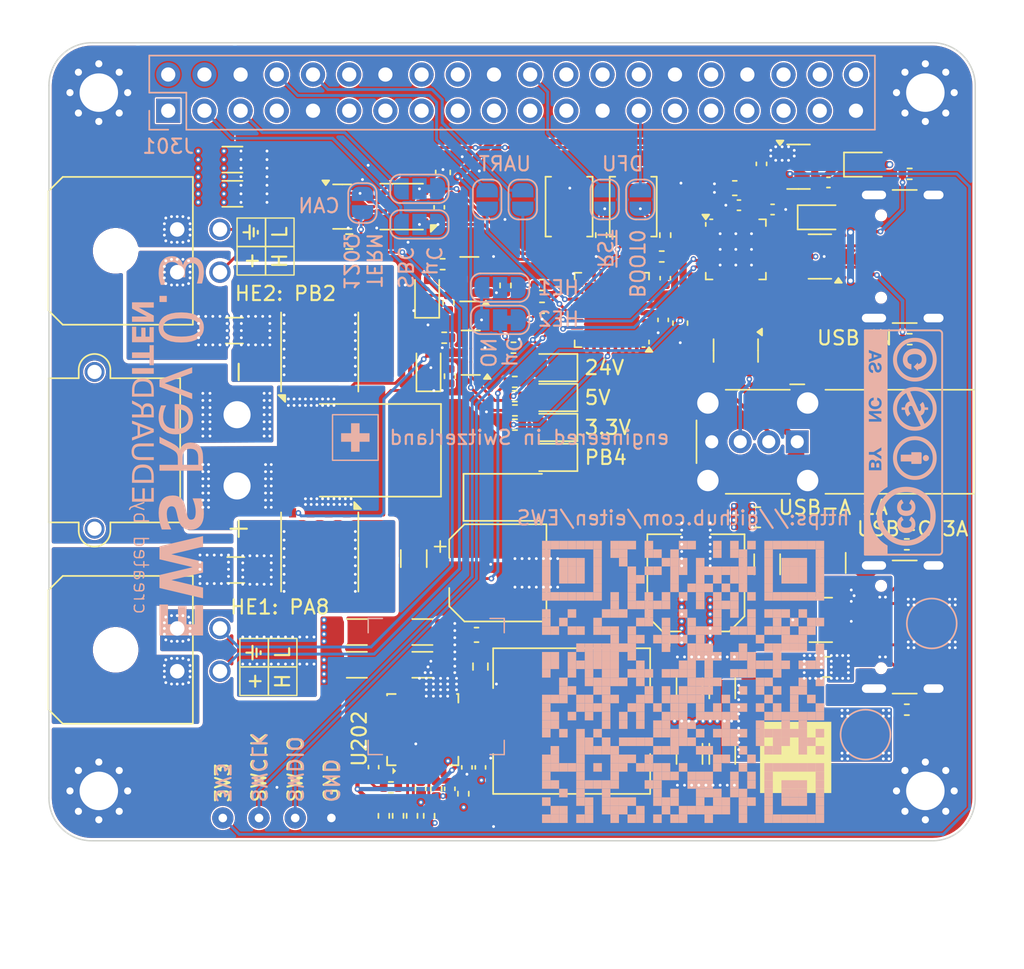
<source format=kicad_pcb>
(kicad_pcb (version 20241229) (generator "pcbnew") (generator_version "9.0")
  (title_block (title "EWS - Power, CANbus and USB HAT for 3D Printers") (date "2025-12-04") (rev "0.1") (company "Eduard Iten") (comment 1 "CC BY-NC-SA 4.0"))
  (layers (0 "F.Cu" signal) (4 "In1.Cu" signal) (6 "In2.Cu" signal) (2 "B.Cu" signal) (13 "F.Paste" user) (15 "B.Paste" user) (5 "F.SilkS" user "F.Silkscreen") (7 "B.SilkS" user "B.Silkscreen") (1 "F.Mask" user) (3 "B.Mask" user) (25 "Edge.Cuts" user))
  (property "PROJEKT_REV" "0.3")
  (net 0 "")
  (net 1 "GND")
  (net 2 "/Power/VCC")
  (net 3 "/Power/SS")
  (net 4 "/Power/EN")
  (net 5 "/Power/~{PGOOD}")
  (net 6 "/Power/T_{ON}")
  (net 7 "/Power/VIN")
  (net 8 "5V")
  (net 9 "/Power/FB")
  (net 10 "/Power/SW")
  (net 11 "/Power/SNB")
  (net 36 "3V3")
  (net 37 "Net-(U302-PF2)")
  (net 38 "Net-(U403-VBUS)")
  (net 39 "Net-(J406-VBUS)")
  (net 41 "Net-(J404-CC1)")
  (net 42 "Net-(J404-CC2)")
  (net 44 "Net-(J405-D--PadA7)")
  (net 45 "Net-(J405-D+-PadA6)")
  (net 46 "Net-(J406-D+)")
  (net 47 "Net-(J406-D-)")
  (net 48 "Net-(JP302-C)")
  (net 49 "Net-(JP303-B)")
  (net 50 "Net-(JP304-A)")
  (net 51 "Net-(JP307-A)")
  (net 52 "Net-(JP401-C)")
  (net 53 "Net-(J301-Pin_27)")
  (net 54 "Net-(J301-Pin_22)")
  (net 55 "/MCU/SWDIO")
  (net 56 "/MCU/SWCLK")
  (net 57 "Net-(J301-Pin_8)")
  (net 58 "Net-(J301-Pin_10)")
  (net 59 "/MCU/uC USART RX")
  (net 60 "/MCU/uC USART TX")
  (net 61 "/MCU/uC FDCAN1 TX")
  (net 62 "/MCU/uC FDCAN1 RX")
  (net 63 "5V_{SYS}")
  (net 64 "Net-(JP401-A)")
  (net 65 "/Connectivity/HE2 GATE")
  (net 66 "V_{EXT}")
  (net 67 "uC USB DP")
  (net 68 "uC USB DN")
  (net 69 "/Connectivity/USB C DP")
  (net 70 "/Connectivity/USB C DN")
  (net 71 "/Connectivity/USB IN DP")
  (net 72 "/Connectivity/USB IN DN")
  (net 73 "/Connectivity/USB A DP")
  (net 74 "/Connectivity/USB A DN")
  (net 75 "CAN L")
  (net 76 "CAN H")
  (net 77 "/Connectivity/1DP")
  (net 78 "/Connectivity/1DN")
  (net 79 "/Connectivity/HE1 GATE")
  (net 80 "24V")
  (net 81 "/MCU/SBC CAN TX")
  (net 82 "/Connectivity/OUT1")
  (net 83 "/Connectivity/OUT2")
  (net 84 "/MCU/SBC CAN RX")
  (net 85 "Net-(Q404-D)")
  (net 86 "Net-(C211-Pad2)")
  (net 87 "Net-(U202-BST)")
  (net 88 "Net-(U302-PB4)")
  (net 90 "Net-(J405-CC1)")
  (net 91 "Net-(J405-CC2)")
  (net 103 "Net-(U202-I_{LIM})")
  (net 116 "Net-(Q403-D)")
  (net 117 "Net-(D406-A)")
  (net 120 "Net-(JP301-C)")
  (net 122 "/Connectivity/OUT1F")
  (net 123 "/Connectivity/OUT2F")
  (net 125 "HE2 ON")
  (net 126 "HE1 ON")
  (net 128 "/Power/AGND")
  (net 129 "Net-(JP402-A)")
  (net 130 "Net-(D201-A)")
  (net 131 "Net-(D202-A)")
  (net 132 "Net-(D203-A)")
  (net 133 "Net-(D301-A)")
  (net 135 "Net-(JP402-C)")
  (footprint "Capacitor_SMD:C_1206_3216Metric" (layer "F.Cu") (at 185 103.5 90)
    (property "Reference" "C405" (hide yes))
    (property "Value" "22u")
  )
  (footprint "Connector_Molex:Molex_Micro-Fit_3.0_43045-0400_2x02_P3.00mm_Horizontal" (layer "F.Cu") (at 139 111.1 90)
    (property "Reference" "J402" (hide yes))
    (property "Value" "MX3.0 2x2")
  )
  (footprint "Capacitor_SMD:C_0603_1608Metric" (layer "F.Cu") (at 174.3 86.675 -90)
    (property "Reference" "C303" (hide yes))
    (property "Value" "10u")
  )
  (footprint "Inductor_SMD:L_APV_APH1050" (layer "F.Cu") (at 166.68 114.6)
    (property "Reference" "L201" (hide yes))
    (property "Value" "3.3uH" (hide yes))
  )
  (footprint "LED_SMD:LED_0805_2012Metric" (layer "F.Cu") (at 165.4 94 180)
    (property "Reference" "D202" (hide yes))
    (property "Value" "YELLOW")
  )
  (footprint "Connector_USB:USB_A_Wuerth_614004134726_Horizontal" (layer "F.Cu") (at 182.51 95 180)
    (property "Reference" "J406" (hide yes))
    (property "Value" "USB-A")
  )
  (footprint "Capacitor_SMD:C_1206_3216Metric" (layer "F.Cu") (at 177.25 116.9 -90)
    (property "Reference" "C217" (hide yes))
    (property "Value" "22u" (hide yes))
  )
  (footprint "Resistor_SMD:R_0402_1005Metric" (layer "F.Cu") (at 162.69 90.8)
    (property "Reference" "R201" (hide yes))
    (property "Value" "22k")
  )
  (footprint "Resistor_SMD:R_0402_1005Metric" (layer "F.Cu") (at 173.25 80.5 -90)
    (property "Reference" "R305" (hide yes))
    (property "Value" "1k")
  )
  (footprint "Button_Switch_SMD:SW_SPST_TS-1088-xR020" (layer "F.Cu") (at 166.5 78.5 -90)
    (property "Reference" "SW301" (hide yes))
    (property "Value" "TS-1088")
  )
  (footprint "Diode_SMD:D_SMC" (layer "F.Cu") (at 152.6 95.6 180)
    (property "Reference" "D403" (hide yes))
    (property "Value" "SS56")
  )
  (footprint "Package_DFN_QFN:QFN-32-1EP_5x5mm_P0.5mm_EP3.45x3.45mm" (layer "F.Cu") (at 169.5 85.75 180)
    (property "Reference" "U302" (hide yes))
    (property "Value" "STM32G0B1KBUx")
  )
  (footprint "Package_SON:HVSON-8-1EP_3x3mm_P0.65mm_EP1.6x2.4mm" (layer "F.Cu") (at 154.75 78.5 180)
    (property "Reference" "U301" (hide yes))
    (property "Value" "TJA1051TK-3")
  )
  (footprint "Package_TO_SOT_SMD:SOT-23" (layer "F.Cu") (at 159.6 88.75 180)
    (property "Reference" "Q403" (hide yes))
    (property "Value" "AO3400A")
  )
  (footprint "Capacitor_SMD:CP_Elec_6.3x7.7" (layer "F.Cu") (at 161.5 104.2)
    (property "Reference" "C201" (hide yes))
    (property "Value" "100u" (hide yes))
  )
  (footprint "Package_TO_SOT_SMD:SOT-23-6" (layer "F.Cu") (at 184.1 82 180)
    (property "Reference" "U402" (hide yes))
    (property "Value" "USBLC6-2SC6")
  )
  (footprint "LED_SMD:LED_0805_2012Metric" (layer "F.Cu") (at 165.4 91.9 180)
    (property "Reference" "D203" (hide yes))
    (property "Value" "YELLOW")
  )
  (footprint "Capacitor_SMD:C_1206_3216Metric" (layer "F.Cu") (at 174.95 112.3 90)
    (property "Reference" "C214" (hide yes))
    (property "Value" "22u" (hide yes))
  )
  (footprint "Resistor_SMD:R_0603_1608Metric" (layer "F.Cu") (at 160.28 110.775 90)
    (property "Reference" "R209" (hide yes))
    (property "Value" "1R")
  )
  (footprint "Resistor_SMD:R_0402_1005Metric" (layer "F.Cu") (at 162.7 93.8)
    (property "Reference" "R301" (hide yes))
    (property "Value" "330R")
  )
  (footprint "Resistor_SMD:R_0402_1005Metric" (layer "F.Cu") (at 157.7375 87.7)
    (property "Reference" "R403" (hide yes))
    (property "Value" "33k")
  )
  (footprint "Resistor_SMD:R_0402_1005Metric" (layer "F.Cu") (at 162.7 92.8)
    (property "Reference" "R202" (hide yes))
    (property "Value" "2k2")
  )
  (footprint "Fuse:Fuse_0805_2012Metric" (layer "F.Cu") (at 184.5625 110.8)
    (property "Reference" "F403" (hide yes))
    (property "Value" "4A")
  )
  (footprint "Diode_SMD:D_SOD-323" (layer "F.Cu") (at 184.15 79.25)
    (property "Reference" "D406" (hide yes))
    (property "Value" "1N5819WS")
  )
  (footprint "Capacitor_SMD:C_1206_3216Metric" (layer "F.Cu") (at 142.875 75.2 180)
    (property "Reference" "C307" (hide yes))
    (property "Value" "22u")
  )
  (footprint "Resistor_SMD:R_0402_1005Metric" (layer "F.Cu") (at 164.6 85.6 180)
    (property "Reference" "R407" (hide yes))
    (property "Value" "1k")
  )
  (footprint "Package_DFN_QFN:AO_DFN-8-1EP_5.55x5.2mm_P1.27mm_EP4.12x4.6mm" (layer "F.Cu") (at 149 88.7 90)
    (property "Reference" "Q402" (hide yes))
    (property "Value" "CJAC70P06")
  )
  (footprint "Package_TO_SOT_SMD:SOT-23" (layer "F.Cu") (at 150.5875 78.5)
    (property "Reference" "D302" (hide yes))
    (property "Value" "PESD1CAN")
  )
  (footprint "Capacitor_SMD:C_0402_1005Metric" (layer "F.Cu") (at 157.3875 78.5475 90)
    (property "Reference" "C305" (hide yes))
    (property "Value" "100n")
  )
  (footprint "Fuse:Fuse_1206_3216Metric_Pad1.42x1.75mm_HandSolder" (layer "F.Cu") (at 143.1125 104 180)
    (property "Reference" "F401" (hide yes))
    (property "Value" "5A")
  )
  (footprint "Resistor_SMD:R_0402_1005Metric" (layer "F.Cu") (at 155.48 121.25 -90)
    (property "Reference" "R207" (hide yes))
    (property "Value" "33k" (hide yes))
  )
  (footprint "Package_DFN_QFN:AO_DFN-8-1EP_5.55x5.2mm_P1.27mm_EP4.12x4.6mm" (layer "F.Cu") (at 149 102.735 -90)
    (property "Reference" "Q401" (hide yes))
    (property "Value" "CJAC70P06")
  )
  (footprint "MountingHole:MountingHole_2.7mm_Pad_Via" (layer "F.Cu") (at 133.5 119.5)
    (property "Reference" "MH103" (hide yes))
    (property "Value" "MountingHole_Pad")
  )
  (footprint "project:NAMED_TEST_POINT" (layer "F.Cu") (at 147.28 121.4 90)
    (property "Reference" "TP302" (hide yes))
    (property "Value" "SWDIO")
  )
  (footprint "Package_TO_SOT_SMD:SOT-23-3" (layer "F.Cu") (at 182.6 75.7)
    (property "Reference" "U201" (hide yes))
    (property "Value" "XC6206P332MR")
  )
  (footprint "Capacitor_SMD:C_0402_1005Metric" (layer "F.Cu") (at 173.25 83.52 -90)
    (property "Reference" "C301" (hide yes))
    (property "Value" "100n")
  )
  (footprint "Capacitor_SMD:C_0402_1005Metric" (layer "F.Cu") (at 152.78 117.83 90)
    (property "Reference" "C211" (hide yes))
    (property "Value" "1u" (hide yes))
  )
  (footprint "Capacitor_SMD:C_1206_3216Metric" (layer "F.Cu") (at 142.875 77.6 180)
    (property "Reference" "C306" (hide yes))
    (property "Value" "22u")
  )
  (footprint "Capacitor_SMD:C_0402_1005Metric" (layer "F.Cu") (at 158.13 119.35 90)
    (property "Reference" "C213" (hide yes))
    (property "Value" "1n" (hide yes))
  )
  (footprint "Diode_SMD:D_SOD-323" (layer "F.Cu") (at 156.6375 89.85 90)
    (property "Reference" "D401" (hide yes))
    (property "Value" "BZT52C15S")
  )
  (footprint "MountingHole:MountingHole_2.7mm_Pad_Via" (layer "F.Cu") (at 191.5 119.5)
    (property "Reference" "MH104" (hide yes))
    (property "Value" "MountingHole_Pad")
  )
  (footprint "MountingHole:MountingHole_2.7mm_Pad_Via" (layer "F.Cu") (at 191.5 70.5)
    (property "Reference" "MH102" (hide yes))
    (property "Value" "MountingHole_Pad")
  )
  (footprint "Capacitor_SMD:C_0402_1005Metric" (layer "F.Cu") (at 159.33 117.85 -90)
    (property "Reference" "C208" (hide yes))
    (property "Value" "100n" (hide yes))
  )
  (footprint "Diode_SMD:D_SMA" (layer "F.Cu") (at 162.6 98.9)
    (property "Reference" "D404" (hide yes))
    (property "Value" "SMAJ26A")
  )
  (footprint "Resistor_SMD:R_0402_1005Metric" (layer "F.Cu") (at 168.75 80.5 -90)
    (property "Reference" "R302" (hide yes))
    (property "Value" "1k")
  )
  (footprint "project:IC_XR76208ELTR-F" (layer "F.Cu") (at 156.23 115.2 90)
    (property "Reference" "U202")
    (property "Value" "XR76208")
  )
  (footprint "Resistor_SMD:R_0402_1005Metric" (layer "F.Cu") (at 162.0375 84.03 -90)
    (property "Reference" "R406" (hide yes))
    (property "Value" "33k")
  )
  (footprint "Capacitor_SMD:C_1206_3216Metric" (layer "F.Cu") (at 151.605 110.65 180)
    (property "Reference" "C205" (hide yes))
    (property "Value" "10u" (hide yes))
  )
  (footprint "Fuse:Fuse_0805_2012Metric" (layer "F.Cu") (at 179.6625 100.3)
    (property "Reference" "F404" (hide yes))
    (property "Value" "1.5A")
  )
  (footprint "Capacitor_SMD:C_1206_3216Metric" (layer "F.Cu") (at 180.4 103.6 -90)
    (property "Reference" "C406" (hide yes))
    (property "Value" "22u")
  )
  (footprint "Fuse:Fuse_1206_3216Metric_Pad1.42x1.75mm_HandSolder" (layer "F.Cu") (at 155.6 103.2 90)
    (property "Reference" "F201" (hide yes))
    (property "Value" "3A")
  )
  (footprint "Capacitor_SMD:C_1206_3216Metric" (layer "F.Cu") (at 151.605 108.35 180)
    (property "Reference" "C202" (hide yes))
    (property "Value" "10u" (hide yes))
  )
  (footprint "Resistor_SMD:R_0402_1005Metric" (layer "F.Cu") (at 159.08 119.7 -90)
    (property "Reference" "R211" (hide yes))
    (property "Value" "2k" (hide yes))
  )
  (footprint "Capacitor_SMD:C_0402_1005Metric" (layer "F.Cu") (at 156.08 119.35 -90)
    (property "Reference" "C210" (hide yes))
    (property "Value" "100n" (hide yes))
  )
  (footprint "Resistor_SMD:R_0402_1005Metric" (layer "F.Cu") (at 157.18 119.35 90)
    (property "Reference" "R210" (hide yes))
    (property "Value" "15k" (hide yes))
  )
  (footprint "MountingHole:MountingHole_2.7mm_Pad_Via" (layer "F.Cu") (at 133.5 70.5)
    (property "Reference" "MH101" (hide yes))
    (property "Value" "MountingHole_Pad")
  )
  (footprint "Button_Switch_SMD:SW_SPST_TS-1088-xR020" (layer "F.Cu") (at 171 78.5 -90)
    (property "Reference" "SW302" (hide yes))
    (property "Value" "TS-1088")
  )
  (footprint "Capacitor_SMD:C_0402_1005Metric" (layer "F.Cu") (at 180.78 78.7)
    (property "Reference" "C401" (hide yes))
    (property "Value" "100n")
  )
  (footprint "Capacitor_SMD:C_0402_1005Metric" (layer "F.Cu") (at 173.1 86.45 90)
    (property "Reference" "C302" (hide yes))
    (property "Value" "100n")
  )
  (footprint "NetTie:NetTie-2_SMD_Pad0.5mm" (layer "F.Cu") (at 156.25 116.2)
    (property "Reference" "NT201" (hide yes))
    (property "Value" "NetTie_2" (hide yes))
  )
  (footprint "Resistor_SMD:R_0402_1005Metric" (layer "F.Cu") (at 173 82 180)
    (property "Reference" "R303" (hide yes))
    (property "Value" "10k")
  )
  (footprint "Resistor_SMD:R_0402_1005Metric" (layer "F.Cu") (at 157.6275 82.54)
    (property "Reference" "R404" (hide yes))
    (property "Value" "33k")
  )
  (footprint "Package_TO_SOT_SMD:SOT-23-6" (layer "F.Cu") (at 184.1625 107.5)
    (property "Reference" "U403" (hide yes))
    (property "Value" "USBLC6-2SC6")
  )
  (footprint "Resistor_SMD:R_0402_1005Metric" (layer "F.Cu") (at 190.2 113.8 180)
    (property "Reference" "R411" (hide yes))
    (property "Value" "10k")
  )
  (footprint "Diode_SMD:D_SOD-323" (layer "F.Cu") (at 187.4 75.55)
    (property "Reference" "D405" (hide yes))
    (property "Value" "1N5819WS")
  )
  (footprint "Resistor_SMD:R_0402_1005Metric" (layer "F.Cu") (at 156.68 121.25 90)
    (property "Reference" "R206" (hide yes))
    (property "Value" "10k" (hide yes))
  )
  (footprint "Package_TO_SOT_SMD:SOT-23" (layer "F.Cu") (at 159.5 83.59 180)
    (property "Reference" "Q404" (hide yes))
    (property "Value" "AO3400A")
  )
  (footprint "Resistor_SMD:R_0402_1005Metric" (layer "F.Cu") (at 190.2 102.2 180)
    (property "Reference" "R412" (hide yes))
    (property "Value" "10k")
  )
  (footprint "Diode_SMD:D_SOD-323" (layer "F.Cu") (at 156.5375 84.69 90)
    (property "Reference" "D402" (hide yes))
    (property "Value" "BZT52C15S")
  )
  (footprint "Resistor_SMD:R_0402_1005Metric" (layer "F.Cu") (at 190.4 87.8)
    (property "Reference" "R409" (hide yes))
    (property "Value" "5k1")
  )
  (footprint "Capacitor_SMD:C_1206_3216Metric" (layer "F.Cu") (at 177.25 112.3 90)
    (property "Reference" "C215" (hide yes))
    (property "Value" "22u" (hide yes))
  )
  (footprint "Connector_AMASS:AMASS_XT30PW-M_1x02_P2.50mm_Horizontal" (layer "F.Cu") (at 143.2 93.1 90)
    (property "Reference" "J401" (hide yes))
    (property "Value" "XT30")
  )
  (footprint "Resistor_SMD:R_0402_1005Metric" (layer "F.Cu") (at 158.1375 90.4 90)
    (property "Reference" "R401" (hide yes))
    (property "Value" "33k")
  )
  (footprint "Resistor_SMD:R_0402_1005Metric" (layer "F.Cu") (at 162.69 91.8)
    (property "Reference" "R203" (hide yes))
    (property "Value" "1k")
  )
  (footprint "Connector_USB:USB_C_Receptacle_GCT_USB4105-xx-A_16P_TopMnt_Horizontal" (layer "F.Cu") (at 191 108 90)
    (property "Reference" "J405" (hide yes))
    (property "Value" "USB-C")
  )
  (footprint "Resistor_SMD:R_0402_1005Metric" (layer "F.Cu") (at 164.6 84 180)
    (property "Reference" "R408" (hide yes))
    (property "Value" "1k")
  )
  (footprint "Package_DFN_QFN:QFN-24-1EP_4x4mm_P0.5mm_EP2.7x2.7mm_ThermalVias" (layer "F.Cu") (at 178.2 81.5)
    (property "Reference" "U401" (hide yes))
    (property "Value" "CH334F")
  )
  (footprint "LED_SMD:LED_0805_2012Metric" (layer "F.Cu") (at 165.4 96.1 180)
    (property "Reference" "D301" (hide yes))
    (property "Value" "GREEN")
  )
  (footprint "Resistor_SMD:R_0402_1005Metric" (layer "F.Cu") (at 190.4 76.2)
    (property "Reference" "R410" (hide yes))
    (property "Value" "5k1")
  )
  (footprint "Capacitor_SMD:C_1206_3216Metric" (layer "F.Cu") (at 156.205 108.35)
    (property "Reference" "C206" (hide yes))
    (property "Value" "10u")
  )
  (footprint "Resistor_SMD:R_0402_1005Metric" (layer "F.Cu") (at 162.6 88.4 180)
    (property "Reference" "R405" (hide yes))
    (property "Value" "33k")
  )
  (footprint "Capacitor_SMD:C_0603_1608Metric" (layer "F.Cu") (at 160.005 108.55 180)
    (property "Reference" "C212" (hide yes))
    (property "Value" "220p")
  )
  (footprint "project:NAMED_TEST_POINT" (layer "F.Cu") (at 142.2 121.4 90)
    (property "Reference" "TP201" (hide yes))
    (property "Value" "3V3")
  )
  (footprint "Capacitor_SMD:C_1206_3216Metric" (layer "F.Cu") (at 174.95 116.9 -90)
    (property "Reference" "C216" (hide yes))
    (property "Value" "22u" (hide yes))
  )
  (footprint "Capacitor_SMD:CP_Elec_6.3x7.7" (layer "F.Cu") (at 175.4 104.9 90)
    (property "Reference" "C403" (hide yes))
    (property "Value" "100u")
  )
  (footprint "Connector_Molex:Molex_Micro-Fit_3.0_43045-0400_2x02_P3.00mm_Horizontal" (layer "F.Cu") (at 139 83.1 90)
    (property "Reference" "J403" (hide yes))
    (property "Value" "MX3.0 2x2")
  )
  (footprint "Resistor_SMD:R_0402_1005Metric" (layer "F.Cu") (at 154 119.25)
    (property "Reference" "R208" (hide yes))
    (property "Value" "5k1" (hide yes))
  )
  (footprint "Resistor_SMD:R_0402_1005Metric" (layer "F.Cu") (at 158.0375 85.24 90)
    (property "Reference" "R402" (hide yes))
    (property "Value" "33k")
  )
  (footprint "project:NAMED_TEST_POINT" (layer "F.Cu") (at 149.82 121.4 90)
    (property "Reference" "TP301" (hide yes))
    (property "Value" "GND")
  )
  (footprint "Capacitor_SMD:C_0402_1005Metric" (layer "F.Cu") (at 160.28 117.85 -90)
    (property "Reference" "C209" (hide yes))
    (property "Value" "4u7" (hide yes))
  )
  (footprint "LED_SMD:LED_0805_2012Metric" (layer "F.Cu") (at 165.4 89.8 180)
    (property "Reference" "D201" (hide yes))
    (property "Value" "YELLOW")
  )
  (footprint "Capacitor_SMD:C_1206_3216Metric" (layer "F.Cu") (at 156.205 110.65)
    (property "Reference" "C204" (hide yes))
    (property "Value" "10u")
  )
  (footprint "Connector_USB:USB_C_Receptacle_GCT_USB4105-xx-A_16P_TopMnt_Horizontal" (layer "F.Cu") (at 191 82 90)
    (property "Reference" "J404" (hide yes))
    (property "Value" "USB-C")
  )
  (footprint "Capacitor_SMD:C_0402_1005Metric" (layer "F.Cu") (at 184.7 76.8 180)
    (property "Reference" "C203" (hide yes))
    (property "Value" "1u")
  )
  (footprint "Resistor_SMD:R_0402_1005Metric" (layer "F.Cu") (at 154.5 121.25 -90)
    (property "Reference" "R205" (hide yes))
    (property "Value" "2k2")
  )
  (footprint "project:NAMED_TEST_POINT" (layer "F.Cu") (at 144.74 121.4 90)
    (property "Reference" "TP303" (hide yes))
    (property "Value" "SWCLK")
  )
  (footprint "Capacitor_SMD:C_0603_1608Metric" (layer "F.Cu") (at 178.125 77.2 180)
    (property "Reference" "C402" (hide yes))
    (property "Value" "10u")
  )
  (footprint "Package_TO_SOT_SMD:SOT-23-6" (layer "F.Cu") (at 178.2 88.6 -90)
    (property "Reference" "U404" (hide yes))
    (property "Value" "USBLC6-2SC6")
  )
  (footprint "Capacitor_SMD:C_0603_1608Metric" (layer "F.Cu") (at 157.65 76.1 90)
    (property "Reference" "C304" (hide yes))
    (property "Value" "10u")
  )
  (footprint "Resistor_SMD:R_0402_1005Metric" (layer "F.Cu") (at 153.5 121.25 90)
    (property "Reference" "R204" (hide yes))
    (property "Value" "100k" (hide yes))
  )
  (footprint "Resistor_SMD:R_0603_1608Metric" (layer "F.Cu") (at 151.075 80.95 180)
    (property "Reference" "R304" (hide yes))
    (property "Value" "120R")
  )
  (footprint "Fuse:Fuse_1206_3216Metric_Pad1.42x1.75mm_HandSolder" (layer "F.Cu") (at 143.0125 87.2 180)
    (property "Reference" "F402" (hide yes))
    (property "Value" "5A")
  )
  (footprint "Capacitor_SMD:C_0402_1005Metric" (layer "F.Cu") (at 180 75.5 -90)
    (property "Reference" "C207" (hide yes))
    (property "Value" "1u")
  )
  (footprint "Capacitor_SMD:C_0402_1005Metric" (layer "F.Cu") (at 178.42 78.4 180)
    (property "Reference" "C404" (hide yes))
    (property "Value" "100n")
  )
  (footprint "Jumper:SolderJumper-2_P1.3mm_Open_RoundedPad1.0x1.5mm" (layer "B.Cu") (at 163.25 78 90)
    (property "Reference" "JP305" (hide yes))
    (property "Value" "~")
  )
  (footprint "Jumper:SolderJumper-2_P1.3mm_Open_RoundedPad1.0x1.5mm" (layer "B.Cu") (at 152 78.25 -90)
    (property "Reference" "JP303" (hide yes))
    (property "Value" "~")
  )
  (footprint "project:SolderJumper-3_P1.3mm_Bridged12_RoundedPad1.0x1.5mm_custom" (layer "B.Cu") (at 156 77.25 180)
    (property "Reference" "JP301" (hide yes))
    (property "Value" "~")
  )
  (footprint "project:SolderJumper-3_P1.3mm_Bridged12_RoundedPad1.0x1.5mm_custom" (layer "B.Cu") (at 161.6575 86.448641 180)
    (property "Reference" "JP401" (hide yes))
    (property "Value" "~")
  )
  (footprint "TestPoint:TestPoint_Pad_D3.0mm" (layer "B.Cu") (at 187.3 115.55 90)
    (property "Reference" "TP202" (hide yes))
    (property "Value" "5V")
  )
  (footprint "Connector_PinSocket_2.54mm:PinSocket_2x20_P2.54mm_Vertical" (layer "B.Cu") (at 138.37 71.77 -90)
    (property "Reference" "J301")
    (property "Value" "GPIO")
  )
  (footprint "Jumper:SolderJumper-2_P1.3mm_Open_RoundedPad1.0x1.5mm" (layer "B.Cu") (at 169 78 90)
    (property "Reference" "JP304" (hide yes))
    (property "Value" "~")
  )
  (footprint "project:http___github.com_eiten_EWS" (layer "B.Cu") (at 174.5 111.85 180)
    (property "Reference" "LABEL103" (hide yes))
    (property "Value" "https://github.com/eiten/EWS")
  )
  (footprint "Jumper:SolderJumper-2_P1.3mm_Open_RoundedPad1.0x1.5mm" (layer "B.Cu") (at 160.75 78 90)
    (property "Reference" "JP306" (hide yes))
    (property "Value" "~")
  )
  (footprint "project:HeatSink_9x9x5" (layer "B.Cu") (at 157.15 112.15 -90)
    (property "Reference" "HS201" (hide yes))
    (property "Value" "Heatsink" (hide yes))
  )
  (footprint "project:EduardIten" (layer "B.Cu") (at 136.45 98.55 90)
    (property "Reference" "LABEL102" (hide yes))
    (property "Value" "CREATED BY")
  )
  (footprint "project:SolderJumper-3_P1.3mm_Bridged12_RoundedPad1.0x1.5mm_custom" (layer "B.Cu") (at 156 79.75 180)
    (property "Reference" "JP302" (hide yes))
    (property "Value" "~")
  )
  (footprint "project:EWS Rev. 1.0" (layer "B.Cu") (at 139 97.95 90)
    (property "Reference" "LABEL101" (hide yes))
    (property "Value" "PCB  NAME")
  )
  (footprint "project:SolderJumper-3_P1.3mm_Bridged12_RoundedPad1.0x1.5mm_custom" (layer "B.Cu") (at 161.6575 84.183641 180)
    (property "Reference" "JP402" (hide yes))
    (property "Value" "~")
  )
  (footprint "Jumper:SolderJumper-2_P1.3mm_Open_RoundedPad1.0x1.5mm" (layer "B.Cu") (at 171.5 78 90)
    (property "Reference" "JP307" (hide yes))
    (property "Value" "~")
  )
  (footprint "TestPoint:TestPoint_Pad_D3.0mm" (layer "B.Cu") (at 191.95 107.75 180)
    (property "Reference" "TP203" (hide yes))
    (property "Value" "GND")
  )
  (footprint "project:CC_BY_NC_SA 4" (layer "B.Cu") (at 190.8 100.75 90)
    (property "Reference" "LABEL104" (hide yes))
    (property "Value" "LICENSE")
  )
  (footprint "project:Switzerland" (layer "B.Cu") (at 151.5 94.7 180)
    (property "Reference" "LABEL105" (hide yes))
    (property "Value" "SWITZERLAND" (hide yes))
  )
  (gr_rect (start 145.2 79.3) (end 147.2 81.3) (stroke (width 0.1)) (fill no) (layer "F.SilkS"))
  (gr_rect (start 145.4 108.8) (end 147.4 110.8) (stroke (width 0.1)) (fill no) (layer "F.SilkS"))
  (gr_rect (start 179.9 114.65) (end 184.9 119.65) (fill yes) (layer "F.SilkS"))
  (gr_rect (start 143.2 81.3) (end 145.2 83.3) (stroke (width 0.1)) (fill no) (layer "F.SilkS"))
  (gr_rect (start 143.4 110.8) (end 145.4 112.8) (stroke (width 0.1)) (fill no) (layer "F.SilkS"))
  (gr_rect (start 145.2 81.3) (end 147.2 83.3) (stroke (width 0.1)) (fill no) (layer "F.SilkS"))
  (gr_rect (start 145.4 110.8) (end 147.4 112.8) (stroke (width 0.1)) (fill no) (layer "F.SilkS"))
  (gr_rect (start 143.2 79.3) (end 145.2 81.3) (stroke (width 0.1)) (fill no) (layer "F.SilkS"))
  (gr_rect (start 143.4 108.8) (end 145.4 110.8) (stroke (width 0.1)) (fill no) (layer "F.SilkS"))
  (gr_arc (start 195 120) (mid 194.12132 122.12132) (end 192 123) (stroke (width 0.1)) (layer "Edge.Cuts"))
  (gr_line (start 192 67) (end 133 67) (stroke (width 0.1)) (layer "Edge.Cuts"))
  (gr_line (start 195 120) (end 195 70) (stroke (width 0.1)) (layer "Edge.Cuts"))
  (gr_arc (start 192 67) (mid 194.12132 67.87868) (end 195 70) (stroke (width 0.1)) (layer "Edge.Cuts"))
  (gr_arc (start 133 123) (mid 130.87868 122.12132) (end 130 120) (stroke (width 0.1)) (layer "Edge.Cuts"))
  (gr_line (start 133 123) (end 192 123) (stroke (width 0.1)) (layer "Edge.Cuts"))
  (gr_arc (start 130 70) (mid 130.87868 67.87868) (end 133 67) (stroke (width 0.1)) (layer "Edge.Cuts"))
  (gr_line (start 130 70) (end 130 120) (stroke (width 0.1)) (layer "Edge.Cuts"))
  (gr_text "H" (at 146.2 82.3 90) (layer "F.SilkS") (effects (font (size 1 1))))
  (gr_text "⏚" (at 144.4 109.8 90) (layer "F.SilkS") (effects (font (size 1 1))))
  (gr_text "HE1: PA8" (at 146.2 106.6 0) (layer "F.SilkS") (effects (font (size 1 1))))
  (gr_text "USB-A 1A" (at 181.1 100.2 0) (layer "F.SilkS") (effects (font (size 1 1)) (justify left bottom)))
  (gr_text "⏚" (at 144.2 80.3 90) (layer "F.SilkS") (effects (font (size 1 1))))
  (gr_text "+" (at 144.4 111.8 90) (layer "F.SilkS") (effects (font (size 1 1))))
  (gr_text "L" (at 146.4 109.8 90) (layer "F.SilkS") (effects (font (size 1 1))))
  (gr_text "3.3V" (at 167.5 94 0) (layer "F.SilkS") (effects (font (size 1 1)) (justify left)))
  (gr_text "USB IN" (at 183.8 88.3 0) (layer "F.SilkS") (effects (font (size 1 1)) (justify left bottom)))
  (gr_text "L" (at 146.2 80.3 90) (layer "F.SilkS") (effects (font (size 1 1))))
  (gr_text "24V" (at 167.5 89.8 0) (layer "F.SilkS") (effects (font (size 1 1)) (justify left)))
  (gr_text "5V" (at 167.5 91.9 0) (layer "F.SilkS") (effects (font (size 1 1)) (justify left)))
  (gr_text "H" (at 146.4 111.8 90) (layer "F.SilkS") (effects (font (size 1 1))))
  (gr_text "USB-C 3A" (at 186.6 101.7 0) (layer "F.SilkS") (effects (font (size 1 1)) (justify left bottom)))
  (gr_text "HE2: PB2" (at 146.6 84.6 0) (layer "F.SilkS") (effects (font (size 1 1))))
  (gr_text "+" (at 144.2 82.3 90) (layer "F.SilkS") (effects (font (size 1 1))))
  (gr_text "PB4" (at 167.5 96.1 0) (layer "F.SilkS") (effects (font (size 1 1)) (justify left)))
  (gr_text "CAN" (at 150.5 78.439664 0) (layer "B.SilkS") (effects (font (size 1 1)) (justify left mirror)))
  (gr_text "TERM\n120Ω" (at 152 80.25 270) (layer "B.SilkS") (effects (font (size 1 1)) (justify right mirror)))
  (gr_text "~{RST}" (at 169 80 270) (layer "B.SilkS") (effects (font (size 1 1)) (justify right mirror)))
  (gr_text "BOOT0" (at 171.25 80 270) (layer "B.SilkS") (effects (font (size 1 1)) (justify right mirror)))
  (gr_text "μC" (at 157 81.2 270) (layer "B.SilkS") (effects (font (size 1 1)) (justify right mirror)))
  (gr_text "μC" (at 162.6 87.6 270) (layer "B.SilkS") (effects (font (size 1 1)) (justify right mirror)))
  (gr_text "DFU" (at 170.25 75.5 -0) (layer "B.SilkS") (effects (font (size 1 1)) (justify mirror)))
  (gr_text "HE1" (at 164.2 84.2 0) (layer "B.SilkS") (effects (font (size 1 1)) (justify right mirror)))
  (gr_text "UART" (at 162 75.5 -0) (layer "B.SilkS") (effects (font (size 1 1)) (justify mirror)))
  (gr_text "ON" (at 160.8 87.6 270) (layer "B.SilkS") (effects (font (size 1 1)) (justify right mirror)))
  (gr_text "HE2" (at 164.2 86.4 0) (layer "B.SilkS") (effects (font (size 1 1)) (justify right mirror)))
  (gr_text "SBC" (at 155 81.2 270) (layer "B.SilkS") (effects (font (size 1 1)) (justify right mirror)))
  (segment (start 177.95 78.45) (end 178 78.4) (width 0.25) (layer "F.Cu") (net 1))
  (via (at 190.3 109.05) (size 0.4) (drill 0.2) (layers "F.Cu" "B.Cu") (net 1))
  (via (at 172.75 87.35) (size 0.4) (drill 0.2) (layers "F.Cu" "B.Cu") (net 1))
  (via (at 145.3 75.8) (size 0.4) (drill 0.2) (layers "F.Cu" "B.Cu") (net 1))
  (via (at 174.6 110.1) (size 0.4) (drill 0.2) (layers "F.Cu" "B.Cu") (net 1))
  (via (at 163.2 103.2) (size 0.4) (drill 0.2) (layers "F.Cu" "B.Cu") (net 1))
  (via (at 162.7 103.2) (size 0.4) (drill 0.2) (layers "F.Cu" "B.Cu") (net 1))
  (via (at 174.4 103.2) (size 0.4) (drill 0.2) (layers "F.Cu" "B.Cu") (net 1))
  (via (at 146 119.25) (size 0.4) (drill 0.2) (layers "F.Cu" "B.Cu") (net 1))
  (via (at 158.48 110.75) (size 0.4) (drill 0.2) (layers "F.Cu" "B.Cu") (net 1))
  (via (at 145.5 92.6) (size 0.4) (drill 0.2) (layers "F.Cu" "B.Cu") (net 1))
  (via (at 149.3 110.3) (size 0.4) (drill 0.2) (layers "F.Cu" "B.Cu") (net 1))
  (via (at 149.3 110.8) (size 0.4) (drill 0.2) (layers "F.Cu" "B.Cu") (net 1))
  (via (at 156.8 110.4) (size 0.4) (drill 0.2) (layers "F.Cu" "B.Cu") (net 1))
  (via (at 158.48 110.25) (size 0.4) (drill 0.2) (layers "F.Cu" "B.Cu") (net 1))
  (via (at 145.3 74.6) (size 0.4) (drill 0.2) (layers "F.Cu" "B.Cu") (net 1))
  (via (at 139.8 80.9) (size 0.4) (drill 0.2) (layers "F.Cu" "B.Cu") (net 1))
  (via (at 140.8 93.1) (size 0.4) (drill 0.2) (layers "F.Cu" "B.Cu") (net 1))
  (via (at 184.4 82) (size 0.4) (drill 0.2) (layers "F.Cu" "B.Cu") (net 1))
  (via (at 177.6 110.1) (size 0.4) (drill 0.2) (layers "F.Cu" "B.Cu") (net 1))
  (via (at 149.3 111.8) (size 0.4) (drill 0.2) (layers "F.Cu" "B.Cu") (net 1))
  (via (at 152.2 116.4) (size 0.4) (drill 0.2) (layers "F.Cu" "B.Cu") (net 1))
  (via (at 158.6 112.4) (size 0.4) (drill 0.2) (layers "F.Cu" "B.Cu") (net 1))
  (via (at 175.1 119.1) (size 0.4) (drill 0.2) (layers "F.Cu" "B.Cu") (net 1))
  (via (at 182.2 107.5) (size 0.4) (drill 0.2) (layers "F.Cu" "B.Cu") (net 1))
  (via (at 145.3 78.2) (size 0.4) (drill 0.2) (layers "F.Cu" "B.Cu") (net 1))
  (via (at 176.4 102.7) (size 0.4) (drill 0.2) (layers "F.Cu" "B.Cu") (net 1))
  (via (at 155.6 85.8) (size 0.4) (drill 0.2) (layers "F.Cu" "B.Cu") (net 1))
  (via (at 162 79.4) (size 0.4) (drill 0.2) (layers "F.Cu" "B.Cu") (net 1))
  (via (at 181 74.3) (size 0.4) (drill 0.2) (layers "F.Cu" "B.Cu") (net 1))
  (via (at 174.4 101.7) (size 0.4) (drill 0.2) (layers "F.Cu" "B.Cu") (net 1))
  (via (at 139.4 81) (size 0.4) (drill 0.2) (layers "F.Cu" "B.Cu") (net 1))
  (via (at 156.8 89.8) (size 0.4) (drill 0.2) (layers "F.Cu" "B.Cu") (net 1))
  (via (at 152.4 75.6) (size 0.4) (drill 0.2) (layers "F.Cu" "B.Cu") (net 1))
  (via (at 138.6 81) (size 0.4) (drill 0.2) (layers "F.Cu" "B.Cu") (net 1))
  (via (at 163.2 105.2) (size 0.4) (drill 0.2) (layers "F.Cu" "B.Cu") (net 1))
  (via (at 165.2 105.2) (size 0.4) (drill 0.2) (layers "F.Cu" "B.Cu") (net 1))
  (via (at 138.1 80.5) (size 0.4) (drill 0.2) (layers "F.Cu" "B.Cu") (net 1))
  (via (at 193.6 106.05) (size 0.4) (drill 0.2) (layers "F.Cu" "B.Cu") (net 1))
  (via (at 181.45 75.25) (size 0.4) (drill 0.2) (layers "F.Cu" "B.Cu") (net 1))
  (via (at 145.3 77) (size 0.4) (drill 0.2) (layers "F.Cu" "B.Cu") (net 1))
  (via (at 153 80) (size 0.4) (drill 0.2) (layers "F.Cu" "B.Cu") (net 1))
  (via (at 149.3 109) (size 0.4) (drill 0.2) (layers "F.Cu" "B.Cu") (net 1))
  (via (at 174.35 76.85) (size 0.4) (drill 0.2) (layers "F.Cu" "B.Cu") (net 1))
  (via (at 138.1 108.5) (size 0.4) (drill 0.2) (layers "F.Cu" "B.Cu") (net 1))
  (via (at 145.1 93.1) (size 0.4) (drill 0.2) (layers "F.Cu" "B.Cu") (net 1))
  (via (at 165.2 103.2) (size 0.4) (drill 0.2) (layers "F.Cu" "B.Cu") (net 1))
  (via (at 139.4 109) (size 0.4) (drill 0.2) (layers "F.Cu" "B.Cu") (net 1))
  (via (at 140.8 92.1) (size 0.4) (drill 0.2) (layers "F.Cu" "B.Cu") (net 1))
  (via (at 177.1 119.1) (size 0.4) (drill 0.2) (layers "F.Cu" "B.Cu") (net 1))
  (via (at 155 84) (size 0.4) (drill 0.2) (layers "F.Cu" "B.Cu") (net 1))
  (via (at 165.7 105.2) (size 0.4) (drill 0.2) (layers "F.Cu" "B.Cu") (net 1))
  (via (at 176.4 103.7) (size 0.4) (drill 0.2) (layers "F.Cu" "B.Cu") (net 1))
  (via (at 145.1 94.6) (size 0.4) (drill 0.2) (layers "F.Cu" "B.Cu") (net 1))
  (via (at 140.8 91.6) (size 0.4) (drill 0.2) (layers "F.Cu" "B.Cu") (net 1))
  (via (at 162.7 105.2) (size 0.4) (drill 0.2) (layers "F.Cu" "B.Cu") (net 1))
  (via (at 174.4 101.2) (size 0.4) (drill 0.2) (layers "F.Cu" "B.Cu") (net 1))
  (via (at 145.5 93.1) (size 0.4) (drill 0.2) (layers "F.Cu" "B.Cu") (net 1))
  (via (at 161.4 112) (size 0.4) (drill 0.2) (layers "F.Cu" "B.Cu") (net 1))
  (via (at 160.6 88.4) (size 0.4) (drill 0.2) (layers "F.Cu" "B.Cu") (net 1))
  (via (at 181.9 74.3) (size 0.4) (drill 0.2) (layers "F.Cu" "B.Cu") (net 1))
  (via (at 141.3 94.1) (size 0.4) (drill 0.2) (layers "F.Cu" "B.Cu") (net 1))
  (via (at 160.2 76) (size 0.4) (drill 0.2) (layers "F.Cu" "B.Cu") (net 1))
  (via (at 149.3 108) (size 0.4) (drill 0.2) (layers "F.Cu" "B.Cu") (net 1))
  (via (at 180.65 74.95) (size 0.4) (drill 0.2) (layers "F.Cu" "B.Cu") (net 1))
  (via (at 190.7 109.45) (size 0.4) (drill 0.2) (layers "F.Cu" "B.Cu") (net 1))
  (via (at 141.3 93.6) (size 0.4) (drill 0.2) (layers "F.Cu" "B.Cu") (net 1))
  (via (at 164.7 105.2) (size 0.4) (drill 0.2) (layers "F.Cu" "B.Cu") (net 1))
  (via (at 174.1 119.1) (size 0.4) (drill 0.2) (layers "F.Cu" "B.Cu") (net 1))
  (via (at 145.5 94.1) (size 0.4) (drill 0.2) (layers "F.Cu" "B.Cu") (net 1))
  (via (at 190.3 106.45) (size 0.4) (drill 0.2) (layers "F.Cu" "B.Cu") (net 1))
  (via (at 190.7 109.05) (size 0.4) (drill 0.2) (layers "F.Cu" "B.Cu") (net 1))
  (via (at 177.5 78.4) (size 0.4) (drill 0.2) (layers "F.Cu" "B.Cu") (net 1))
  (via (at 178.1 110.1) (size 0.4) (drill 0.2) (layers "F.Cu" "B.Cu") (net 1))
  (via (at 139.9 108.5) (size 0.4) (drill 0.2) (layers "F.Cu" "B.Cu") (net 1))
  (via (at 145.5 94.6) (size 0.4) (drill 0.2) (layers "F.Cu" "B.Cu") (net 1))
  (via (at 145.1 93.6) (size 0.4) (drill 0.2) (layers "F.Cu" "B.Cu") (net 1))
  (via (at 166.55 77.2) (size 0.4) (drill 0.2) (layers "F.Cu" "B.Cu") (net 1))
  (via (at 141.3 91.6) (size 0.4) (drill 0.2) (layers "F.Cu" "B.Cu") (net 1))
  (via (at 168.4 82) (size 0.4) (drill 0.2) (layers "F.Cu" "B.Cu") (net 1))
  (via (at 190.3 106.05) (size 0.4) (drill 0.2) (layers "F.Cu" "B.Cu") (net 1))
  (via (at 138.1 107.7) (size 0.4) (drill 0.2) (layers "F.Cu" "B.Cu") (net 1))
  (via (at 149.3 111.3) (size 0.4) (drill 0.2) (layers "F.Cu" "B.Cu") (net 1))
  (via (at 190.7 106.45) (size 0.4) (drill 0.2) (layers "F.Cu" "B.Cu") (net 1))
  (via (at 174.4 102.7) (size 0.4) (drill 0.2) (layers "F.Cu" "B.Cu") (net 1))
  (via (at 158.48 109.25) (size 0.4) (drill 0.2) (layers "F.Cu" "B.Cu") (net 1))
  (via (at 158.48 107.75) (size 0.4) (drill 0.2) (layers "F.Cu" "B.Cu") (net 1))
  (via (at 143.475 75.8) (size 0.4) (drill 0.2) (layers "F.Cu" "B.Cu") (net 1))
  (via (at 145.3 77.6) (size 0.4) (drill 0.2) (layers "F.Cu" "B.Cu") (net 1))
  (via (at 145.5 91.6) (size 0.4) (drill 0.2) (layers "F.Cu" "B.Cu") (net 1))
  (via (at 190.3 109.45) (size 0.4) (drill 0.2) (layers "F.Cu" "B.Cu") (net 1))
  (via (at 156.4 111.2) (size 0.4) (drill 0.2) (layers "F.Cu" "B.Cu") (net 1))
  (via (at 143.475 75.2) (size 0.4) (drill 0.2) (layers "F.Cu" "B.Cu") (net 1))
  (via (at 158.48 109.75) (size 0.4) (drill 0.2) (layers "F.Cu" "B.Cu") (net 1))
  (via (at 138.2 108.9) (size 0.4) (drill 0.2) (layers "F.Cu" "B.Cu") (net 1))
  (via (at 139.4 79.2) (size 0.4) (drill 0.2) (layers "F.Cu" "B.Cu") (net 1))
  (via (at 174.6 119.1) (size 0.4) (drill 0.2) (layers "F.Cu" "B.Cu") (net 1))
  (via (at 161.2 82) (size 0.4) (drill 0.2) (layers "F.Cu" "B.Cu") (net 1))
  (via (at 175.6 119.1) (size 0.4) (drill 0.2) (layers "F.Cu" "B.Cu") (net 1))
  (via (at 156.8 111.2) (size 0.4) (drill 0.2) (layers "F.Cu" "B.Cu") (net 1))
  (via (at 149.3 108.5) (size 0.4) (drill 0.2) (layers "F.Cu" "B.Cu") (net 1))
  (via (at 139 79.2) (size 0.4) (drill 0.2) (layers "F.Cu" "B.Cu") (net 1))
  (via (at 159.33 118.33) (size 0.4) (drill 0.2) (layers "F.Cu" "B.Cu") (net 1))
  (via (at 145.3 76.4) (size 0.4) (drill 0.2) (layers "F.Cu" "B.Cu") (net 1))
  (via (at 139 81) (size 0.4) (drill 0.2) (layers "F.Cu" "B.Cu") (net 1))
  (via (at 138.1 79.7) (size 0.4) (drill 0.2) (layers "F.Cu" "B.Cu") (net 1))
  (via (at 176.4 101.2) (size 0.4) (drill 0.2) (layers "F.Cu" "B.Cu") (net 1))
  (via (at 164.2 105.2) (size 0.4) (drill 0.2) (layers "F.Cu" "B.Cu") (net 1))
  (via (at 174.1 110.1) (size 0.4) (drill 0.2) (layers "F.Cu" "B.Cu") (net 1))
  (via (at 174.3 88.05) (size 0.4) (drill 0.2) (layers "F.Cu" "B.Cu") (net 1))
  (via (at 157.6 91.4) (size 0.4) (drill 0.2) (layers "F.Cu" "B.Cu") (net 1))
  (via (at 182.3 74.95) (size 0.4) (drill 0.2) (layers "F.Cu" "B.Cu") (net 1))
  (via (at 138.6 79.2) (size 0.4) (drill 0.2) (layers "F.Cu" "B.Cu") (net 1))
  (via (at 176.7 77.5) (size 0.4) (drill 0.2) (layers "F.Cu" "B.Cu") (net 1))
  (via (at 140.8 92.6) (size 0.4) (drill 0.2) (layers "F.Cu" "B.Cu") (net 1))
  (via (at 139.8 108.9) (size 0.4) (drill 0.2) (layers "F.Cu" "B.Cu") (net 1))
  (via (at 161 103.6) (size 0.4) (drill 0.2) (layers "F.Cu" "B.Cu") (net 1))
  (via (at 164.7 103.2) (size 0.4) (drill 0.2) (layers "F.Cu" "B.Cu") (net 1))
  (via (at 141.3 93.1) (size 0.4) (drill 0.2) (layers "F.Cu" "B.Cu") (net 1))
  (via (at 141.3 92.1) (size 0.4) (drill 0.2) (layers "F.Cu" "B.Cu") (net 1))
  (via (at 176.7 76.9) (size 0.4) (drill 0.2) (layers "F.Cu" "B.Cu") (net 1))
  (via (at 145.5 93.6) (size 0.4) (drill 0.2) (layers "F.Cu" "B.Cu") (net 1))
  (via (at 141.3 92.6) (size 0.4) (drill 0.2) (layers "F.Cu" "B.Cu") (net 1))
  (via (at 158.48 111.2) (size 0.4) (drill 0.2) (layers "F.Cu" "B.Cu") (net 1))
  (via (at 138.6 107.2) (size 0.4) (drill 0.2) (layers "F.Cu" "B.Cu") (net 1))
  (via (at 143.475 76.4) (size 0.4) (drill 0.2) (layers "F.Cu" "B.Cu") (net 1))
  (via (at 139.9 107.7) (size 0.4) (drill 0.2) (layers "F.Cu" "B.Cu") (net 1))
  (via (at 164.2 103.2) (size 0.4) (drill 0.2) (layers "F.Cu" "B.Cu") (net 1))
  (via (at 176.4 102.2) (size 0.4) (drill 0.2) (layers "F.Cu" "B.Cu") (net 1))
  (via (at 139 109) (size 0.4) (drill 0.2) (layers "F.Cu" "B.Cu") (net 1))
  (via (at 152 76.6) (size 0.4) (drill 0.2) (layers "F.Cu" "B.Cu") (net 1))
  (via (at 176.4 100.7) (size 0.4) (drill 0.2) (layers "F.Cu" "B.Cu") (net 1))
  (via (at 143.475 74.6) (size 0.4) (drill 0.2) (layers "F.Cu" "B.Cu") (net 1))
  (via (at 145.1 94.1) (size 0.4) (drill 0.2) (layers "F.Cu" "B.Cu") (net 1))
  (via (at 176.6 110.1) (size 0.4) (drill 0.2) (layers "F.Cu" "B.Cu") (net 1))
  (via (at 176.4 101.7) (size 0.4) (drill 0.2) (layers "F.Cu" "B.Cu") (net 1))
  (via (at 157.65 75.9) (size 0.4) (drill 0.2) (layers "F.Cu" "B.Cu") (net 1))
  (via (at 156.6 110.8) (size 0.4) (drill 0.2) (layers "F.Cu" "B.Cu") (net 1))
  (via (at 145.3 75.2) (size 0.4) (drill 0.2) (layers "F.Cu" "B.Cu") (net 1))
  (via (at 193.6 106.45) (size 0.4) (drill 0.2) (layers "F.Cu" "B.Cu") (net 1))
  (via (at 190.7 106.05) (size 0.4) (drill 0.2) (layers "F.Cu" "B.Cu") (net 1))
  (via (at 175.1 110.1) (size 0.4) (drill 0.2) (layers "F.Cu" "B.Cu") (net 1))
  (via (at 176.1 110.1) (size 0.4) (drill 0.2) (layers "F.Cu" "B.Cu") (net 1))
  (via (at 158.48 108.75) (size 0.4) (drill 0.2) (layers "F.Cu" "B.Cu") (net 1))
  (via (at 138.2 80.9) (size 0.4) (drill 0.2) (layers "F.Cu" "B.Cu") (net 1))
  (via (at 193.6 109.05) (size 0.4) (drill 0.2) (layers "F.Cu" "B.Cu") (net 1))
  (via (at 159 75) (size 0.4) (drill 0.2) (layers "F.Cu" "B.Cu") (net 1))
  (via (at 143.475 77) (size 0.4) (drill 0.2) (layers "F.Cu" "B.Cu") (net 1))
  (via (at 175.6 110.1) (size 0.4) (drill 0.2) (layers "F.Cu" "B.Cu") (net 1))
  (via (at 143.475 77.6) (size 0.4) (drill 0.2) (layers "F.Cu" "B.Cu") (net 1))
  (via (at 145.1 92.6) (size 0.4) (drill 0.2) (layers "F.Cu" "B.Cu") (net 1))
  (via (at 156 111.6) (size 0.4) (drill 0.2) (layers "F.Cu" "B.Cu") (net 1))
  (via (at 151 80) (size 0.4) (drill 0.2) (layers "F.Cu" "B.Cu") (net 1))
  (via (at 174.4 100.7) (size 0.4) (drill 0.2) (layers "F.Cu" "B.Cu") (net 1))
  (via (at 166.8 83.2) (size 0.4) (drill 0.2) (layers "F.Cu" "B.Cu") (net 1))
  (via (at 139.9 80.1) (size 0.4) (drill 0.2) (layers "F.Cu" "B.Cu") (net 1))
  (via (at 145.1 91.6) (size 0.4) (drill 0.2) (layers "F.Cu" "B.Cu") (net 1))
  (via (at 193.6 109.45) (size 0.4) (drill 0.2) (layers "F.Cu" "B.Cu") (net 1))
  (via (at 139.9 108.1) (size 0.4) (drill 0.2) (layers "F.Cu" "B.Cu") (net 1))
  (via (at 176.6 119.1) (size 0.4) (drill 0.2) (layers "F.Cu" "B.Cu") (net 1))
  (via (at 156.6 86.8) (size 0.4) (drill 0.2) (layers "F.Cu" "B.Cu") (net 1))
  (via (at 163 87.8) (size 0.4) (drill 0.2) (layers "F.Cu" "B.Cu") (net 1))
  (via (at 139.8 107.3) (size 0.4) (drill 0.2) (layers "F.Cu" "B.Cu") (net 1))
  (via (at 138.6 109) (size 0.4) (drill 0.2) (layers "F.Cu" "B.Cu") (net 1))
  (via (at 140.8 94.1) (size 0.4) (drill 0.2) (layers "F.Cu" "B.Cu") (net 1))
  (via (at 178.1 119.1) (size 0.4) (drill 0.2) (layers "F.Cu" "B.Cu") (net 1))
  (via (at 181.9 75.25) (size 0.4) (drill 0.2) (layers "F.Cu" "B.Cu") (net 1))
  (via (at 141.3 94.6) (size 0.4) (drill 0.2) (layers "F.Cu" "B.Cu") (net 1))
  (via (at 139.9 80.5) (size 0.4) (drill 0.2) (layers "F.Cu" "B.Cu") (net 1))
  (via (at 149.3 107.5) (size 0.4) (drill 0.2) (layers "F.Cu" "B.Cu") (net 1))
  (via (at 193.2 109.45) (size 0.4) (drill 0.2) (layers "F.Cu" "B.Cu") (net 1))
  (via (at 161 117.2) (size 0.4) (drill 0.2) (layers "F.Cu" "B.Cu") (net 1))
  (via (at 177.1 110.1) (size 0.4) (drill 0.2) (layers "F.Cu" "B.Cu") (net 1))
  (via (at 155.741998 116.2) (size 0.4) (drill 0.2) (layers "F.Cu" "B.Cu") (net 1))
  (via (at 138.1 108.1) (size 0.4) (drill 0.2) (layers "F.Cu" "B.Cu") (net 1))
  (via (at 158.48 108.25) (size 0.4) (drill 0.2) (layers "F.Cu" "B.Cu") (net 1))
  (via (at 182.3 74.55) (size 0.4) (drill 0.2) (layers "F.Cu" "B.Cu") (net 1))
  (via (at 181.45 74.3) (size 0.4) (drill 0.2) (layers "F.Cu" "B.Cu") (net 1))
  (via (at 193.2 106.45) (size 0.4) (drill 0.2) (layers "F.Cu" "B.Cu") (net 1))
  (via (at 174.4 103.7) (size 0.4) (drill 0.2) (layers "F.Cu" "B.Cu") (net 1))
  (via (at 157.007976 91.410927) (size 0.4) (drill 0.2) (layers "F.Cu" "B.Cu") (net 1))
  (via (at 140.8 94.6) (size 0.4) (drill 0.2) (layers "F.Cu" "B.Cu") (net 1))
  (via (at 139.9 79.7) (size 0.4) (drill 0.2) (layers "F.Cu" "B.Cu") (net 1))
  (via (at 181.7 78.7) (size 0.4) (drill 0.2) (layers "F.Cu" "B.Cu") (net 1))
  (via (at 160.7 92.9) (size 0.4) (drill 0.2) (layers "F.Cu" "B.Cu") (net 1))
  (via (at 138.2 107.3) (size 0.4) (drill 0.2) (layers "F.Cu" "B.Cu") (net 1))
  (via (at 157.6 88.4) (size 0.4) (drill 0.2) (layers "F.Cu" "B.Cu") (net 1))
  (via (at 176.1 119.1) (size 0.4) (drill 0.2) (layers "F.Cu" "B.Cu") (net 1))
  (via (at 180.65 74.55) (size 0.4) (drill 0.2) (layers "F.Cu" "B.Cu") (net 1))
  (via (at 174.4 102.2) (size 0.4) (drill 0.2) (layers "F.Cu" "B.Cu") (net 1))
  (via (at 158.6 111.6) (size 0.4) (drill 0.2) (layers "F.Cu" "B.Cu") (net 1))
  (via (at 138.2 79.3) (size 0.4) (drill 0.2) (layers "F.Cu" "B.Cu") (net 1))
  (via (at 155.2 81) (size 0.4) (drill 0.2) (layers "F.Cu" "B.Cu") (net 1))
  (via (at 164.6 86.4) (size 0.4) (drill 0.2) (layers "F.Cu" "B.Cu") (net 1))
  (via (at 163.7 103.2) (size 0.4) (drill 0.2) (layers "F.Cu" "B.Cu") (net 1))
  (via (at 139 107.2) (size 0.4) (drill 0.2) (layers "F.Cu" "B.Cu") (net 1))
  (via (at 145.1 92.1) (size 0.4) (drill 0.2) (layers "F.Cu" "B.Cu") (net 1))
  (via (at 176.4 103.2) (size 0.4) (drill 0.2) (layers "F.Cu" "B.Cu") (net 1))
  (via (at 143.475 78.2) (size 0.4) (drill 0.2) (layers "F.Cu" "B.Cu") (net 1))
  (via (at 139.4 107.2) (size 0.4) (drill 0.2) (layers "F.Cu" "B.Cu") (net 1))
  (via (at 139.8 79.3) (size 0.4) (drill 0.2) (layers "F.Cu" "B.Cu") (net 1))
  (via (at 165.7 103.2) (size 0.4) (drill 0.2) (layers "F.Cu" "B.Cu") (net 1))
  (via (at 145.5 92.1) (size 0.4) (drill 0.2) (layers "F.Cu" "B.Cu") (net 1))
  (via (at 177.6 119.1) (size 0.4) (drill 0.2) (layers "F.Cu" "B.Cu") (net 1))
  (via (at 193.2 109.05) (size 0.4) (drill 0.2) (layers "F.Cu" "B.Cu") (net 1))
  (via (at 181 75.25) (size 0.4) (drill 0.2) (layers "F.Cu" "B.Cu") (net 1))
  (via (at 140.8 93.6) (size 0.4) (drill 0.2) (layers "F.Cu" "B.Cu") (net 1))
  (via (at 161.2 122) (size 0.4) (drill 0.2) (layers "F.Cu" "B.Cu") (net 1))
  (via (at 158.6 112) (size 0.4) (drill 0.2) (layers "F.Cu" "B.Cu") (net 1))
  (via (at 163.7 105.2) (size 0.4) (drill 0.2) (layers "F.Cu" "B.Cu") (net 1))
  (via (at 193.2 106.05) (size 0.4) (drill 0.2) (layers "F.Cu" "B.Cu") (net 1))
  (via (at 138.1 80.1) (size 0.4) (drill 0.2) (layers "F.Cu" "B.Cu") (net 1))
  (segment (start 159.631 116.401) (end 159.43 116.2) (width 0.2) (layer "F.Cu") (net 2))
  (segment (start 160.28 117.37) (end 159.631 116.721) (width 0.2) (layer "F.Cu") (net 2))
  (segment (start 159.43 116.2) (end 158.822 116.2) (width 0.2) (layer "F.Cu") (net 2))
  (segment (start 159.631 116.721) (end 159.631 116.401) (width 0.2) (layer "F.Cu") (net 2))
  (segment (start 156.23 118.72) (end 156.08 118.87) (width 0.2) (layer "F.Cu") (net 3))
  (segment (start 156.23 117.792) (end 156.23 118.72) (width 0.2) (layer "F.Cu") (net 3))
  (segment (start 155.168 120.072) (end 155.168 118.392) (width 0.2) (layer "F.Cu") (net 4))
  (segment (start 155.23 118.33) (end 155.23 117.792) (width 0.2) (layer "F.Cu") (net 4))
  (segment (start 153.5 120.74) (end 154.5 120.74) (width 0.2) (layer "F.Cu") (net 4))
  (segment (start 155.168 118.392) (end 155.23 118.33) (width 0.2) (layer "F.Cu") (net 4))
  (segment (start 154.5 120.74) (end 155.168 120.072) (width 0.2) (layer "F.Cu") (net 4))
  (segment (start 156.659 117.863) (end 156.659 120.719) (width 0.2) (layer "F.Cu") (net 5))
  (segment (start 156.73 117.792) (end 156.659 117.863) (width 0.2) (layer "F.Cu") (net 5))
  (segment (start 156.659 120.719) (end 156.68 120.74) (width 0.2) (layer "F.Cu") (net 5))
  (segment (start 155.569 120.651) (end 155.48 120.74) (width 0.2) (layer "F.Cu") (net 6))
  (segment (start 155.73 117.792) (end 155.73 118.423872) (width 0.2) (layer "F.Cu") (net 6))
  (segment (start 155.569 118.584872) (end 155.569 120.651) (width 0.2) (layer "F.Cu") (net 6))
  (segment (start 155.73 118.423872) (end 155.569 118.584872) (width 0.2) (layer "F.Cu") (net 6))
  (segment (start 151.65 119.37) (end 152.08 119.8) (width 0.3) (layer "F.Cu") (net 7))
  (segment (start 152.08 119.8) (end 152.08 120.68) (width 0.3) (layer "F.Cu") (net 7))
  (segment (start 159.2 104.6) (end 158.8 104.2) (width 0.2) (layer "F.Cu") (net 7))
  (segment (start 161.045739 104.6) (end 159.2 104.6) (width 0.2) (layer "F.Cu") (net 7))
  (segment (start 151.65 115.98) (end 152.43 115.2) (width 0.3) (layer "F.Cu") (net 7))
  (segment (start 152.43 115.2) (end 153.43 115.2) (width 0.3) (layer "F.Cu") (net 7))
  (segment (start 158.96 117.37) (end 158.28 118.05) (width 0.3) (layer "F.Cu") (net 7))
  (segment (start 161.5 91.48) (end 162.18 90.8) (width 0.2) (layer "F.Cu") (net 7))
  (segment (start 152.08 120.68) (end 153.16 121.76) (width 0.3) (layer "F.Cu") (net 7))
  (segment (start 159.33 117.208) (end 158.822 116.7) (width 0.3) (layer "F.Cu") (net 7))
  (segment (start 161.5 91.6) (end 161.5 91.48) (width 0.2) (layer "F.Cu") (net 7))
  (segment (start 151.65 119.37) (end 151.65 115.98) (width 0.3) (layer "F.Cu") (net 7))
  (segment (start 153.16 121.76) (end 153.5 121.76) (width 0.3) (layer "F.Cu") (net 7))
  (segment (start 159.33 117.37) (end 158.96 117.37) (width 0.3) (layer "F.Cu") (net 7))
  (segment (start 159.33 117.37) (end 159.33 117.208) (width 0.3) (layer "F.Cu") (net 7))
  (via (at 151.65 119.37) (size 0.4) (drill 0.2) (layers "F.Cu" "B.Cu") (net 7))
  (via (at 161.5 91.6) (size 0.4) (drill 0.2) (layers "F.Cu" "B.Cu") (net 7))
  (via (at 161.045739 104.6) (size 0.4) (drill 0.2) (layers "F.Cu" "B.Cu") (net 7))
  (via (at 158.28 118.05) (size 0.4) (drill 0.2) (layers "F.Cu" "B.Cu") (net 7))
  (segment (start 161.5 91.6) (end 161.5 104.095739) (width 0.2) (layer "B.Cu") (net 7))
  (segment (start 151.65 119.37) (end 156.96 119.37) (width 0.3) (layer "B.Cu") (net 7))
  (segment (start 161.5 104.095739) (end 161.045739 104.55) (width 0.2) (layer "B.Cu") (net 7))
  (segment (start 156.96 119.37) (end 158.28 118.05) (width 0.3) (layer "B.Cu") (net 7))
  (segment (start 161.045739 104.55) (end 161.045739 104.6) (width 0.2) (layer "B.Cu") (net 7))
  (segment (start 157.08 121.75) (end 157.07 121.76) (width 0.3) (layer "F.Cu") (net 8))
  (segment (start 157.07 121.76) (end 156.68 121.76) (width 0.3) (layer "F.Cu") (net 8))
  (segment (start 158.1 119.86) (end 158.13 119.83) (width 0.3) (layer "F.Cu") (net 8))
  (segment (start 188.45 75.55) (end 189 75.55) (width 0.5) (layer "F.Cu") (net 8))
  (segment (start 182.9625 82) (end 183.8 82) (width 0.3) (layer "F.Cu") (net 8))
  (segment (start 157.18 119.86) (end 158.1 119.86) (width 0.3) (layer "F.Cu") (net 8))
  (via (at 179.3625 101) (size 0.4) (drill 0.2) (layers "F.Cu" "B.Cu") (net 8))
  (via (at 188.95 113.85) (size 0.4) (drill 0.2) (layers "F.Cu" "B.Cu") (net 8))
  (via (at 174.4 107.6) (size 0.4) (drill 0.2) (layers "F.Cu" "B.Cu") (net 8))
  (via (at 176.4 109.1) (size 0.4) (drill 0.2) (layers "F.Cu" "B.Cu") (net 8))
  (via (at 183 111.6) (size 0.4) (drill 0.2) (layers "F.Cu" "B.Cu") (net 8))
  (via (at 178.0625 101) (size 0.4) (drill 0.2) (layers "F.Cu" "B.Cu") (net 8))
  (via (at 174.4 107.1) (size 0.4) (drill 0.2) (layers "F.Cu" "B.Cu") (net 8))
  (via (at 188.55 113.85) (size 0.4) (drill 0.2) (layers "F.Cu" "B.Cu") (net 8))
  (via (at 142.275 75.8) (size 0.4) (drill 0.2) (layers "F.Cu" "B.Cu") (net 8))
  (via (at 185.65 113.85) (size 0.4) (drill 0.2) (layers "F.Cu" "B.Cu") (net 8))
  (via (at 178.4 112.1) (size 0.4) (drill 0.2) (layers "F.Cu" "B.Cu") (net 8))
  (via (at 185.65 114.25) (size 0.4) (drill 0.2) (layers "F.Cu" "B.Cu") (net 8))
  (via (at 173.9 114.6) (size 0.4) (drill 0.2) (layers "F.Cu" "B.Cu") (net 8))
  (via (at 140.475 77.6) (size 0.4) (drill 0.2) (layers "F.Cu" "B.Cu") (net 8))
  (via (at 140.475 75.2) (size 0.4) (drill 0.2) (layers "F.Cu" "B.Cu") (net 8))
  (via (at 176.4 106.6) (size 0.4) (drill 0.2) (layers "F.Cu" "B.Cu") (net 8))
  (via (at 178.0625 100.5) (size 0.4) (drill 0.2) (layers "F.Cu" "B.Cu") (net 8))
  (via (at 174.4 108.1) (size 0.4) (drill 0.2) (layers "F.Cu" "B.Cu") (net 8))
  (via (at 184.2 110) (size 0.4) (drill 0.2) (layers "F.Cu" "B.Cu") (net 8))
  (via (at 174.4 106.6) (size 0.4) (drill 0.2) (layers "F.Cu" "B.Cu") (net 8))
  (via (at 184.2 111.6) (size 0.4) (drill 0.2) (layers "F.Cu" "B.Cu") (net 8))
  (via (at 176.4 107.1) (size 0.4) (drill 0.2) (layers "F.Cu" "B.Cu") (net 8))
  (via (at 184.2 110.4) (size 0.4) (drill 0.2) (layers "F.Cu" "B.Cu") (net 8))
  (via (at 178.4 115.6) (size 0.4) (drill 0.2) (layers "F.Cu" "B.Cu") (net 8))
  (via (at 178.0625 100) (size 0.4) (drill 0.2) (layers "F.Cu" "B.Cu") (net 8))
  (via (at 142.275 77.6) (size 0.4) (drill 0.2) (layers "F.Cu" "B.Cu") (net 8))
  (via (at 174.4 108.6) (size 0.4) (drill 0.2) (layers "F.Cu" "B.Cu") (net 8))
  (via (at 175.9 114.6) (size 0.4) (drill 0.2) (layers "F.Cu" "B.Cu") (net 8))
  (via (at 179.3625 99.5) (size 0.4) (drill 0.2) (layers "F.Cu" "B.Cu") (net 8))
  (via (at 183.8 82) (size 0.4) (drill 0.2) (layers "F.Cu" "B.Cu") (net 8))
  (via (at 157.08 121.75) (size 0.4) (drill 0.2) (layers "F.Cu" "B.Cu") (net 8))
  (via (at 174.4 106.1) (size 0.4) (drill 0.2) (layers "F.Cu" "B.Cu") (net 8))
  (via (at 185.65 116.85) (size 0.4) (drill 0.2) (layers "F.Cu" "B.Cu") (net 8))
  (via (at 184.2 110.8) (size 0.4) (drill 0.2) (layers "F.Cu" "B.Cu") (net 8))
  (via (at 183.4 111.6) (size 0.4) (drill 0.2) (layers "F.Cu" "B.Cu") (net 8))
  (via (at 174.4 109.1) (size 0.4) (drill 0.2) (layers "F.Cu" "B.Cu") (net 8))
  (via (at 142.275 77) (size 0.4) (drill 0.2) (layers "F.Cu" "B.Cu") (net 8))
  (via (at 183.8 111.6) (size 0.4) (drill 0.2) (layers "F.Cu" "B.Cu") (net 8))
  (via (at 186.05 113.85) (size 0.4) (drill 0.2) (layers "F.Cu" "B.Cu") (net 8))
  (via (at 140.475 78.2) (size 0.4) (drill 0.2) (layers "F.Cu" "B.Cu") (net 8))
  (via (at 186.05 117.25) (size 0.4) (drill 0.2) (layers "F.Cu" "B.Cu") (net 8))
  (via (at 178.4 117.1) (size 0.4) (drill 0.2) (layers "F.Cu" "B.Cu") (net 8))
  (via (at 188.95 117.25) (size 0.4) (drill 0.2) (layers "F.Cu" "B.Cu") (net 8))
  (via (at 140.475 75.8) (size 0.4) (drill 0.2) (layers "F.Cu" "B.Cu") (net 8))
  (via (at 176.4 114.6) (size 0.4) (drill 0.2) (layers "F.Cu" "B.Cu") (net 8))
  (via (at 186.05 114.25) (size 0.4) (drill 0.2) (layers "F.Cu" "B.Cu") (net 8))
  (via (at 174.4 114.6) (size 0.4) (drill 0.2) (layers "F.Cu" "B.Cu") (net 8))
  (via (at 183 110.4) (size 0.4) (drill 0.2) (layers "F.Cu" "B.Cu") (net 8))
  (via (at 178.4 115.1) (size 0.4) (drill 0.2) (layers "F.Cu" "B.Cu") (net 8))
  (via (at 142.275 74.6) (size 0.4) (drill 0.2) (layers "F.Cu" "B.Cu") (net 8))
  (via (at 176.4 107.6) (size 0.4) (drill 0.2) (layers "F.Cu" "B.Cu") (net 8))
  (via (at 183 110) (size 0.4) (drill 0.2) (layers "F.Cu" "B.Cu") (net 8))
  (via (at 176.4 106.1) (size 0.4) (drill 0.2) (layers "F.Cu" "B.Cu") (net 8))
  (via (at 189 75.55) (size 0.5) (drill 0.3) (layers "F.Cu" "B.Cu") (net 8))
  (via (at 178.4 114.6) (size 0.4) (drill 0.2) (layers "F.Cu" "B.Cu") (net 8))
  (via (at 183 110.8) (size 0.4) (drill 0.2) (layers "F.Cu" "B.Cu") (net 8))
  (via (at 179.3625 100.5) (size 0.4) (drill 0.2) (layers "F.Cu" "B.Cu") (net 8))
  (via (at 176.4 108.6) (size 0.4) (drill 0.2) (layers "F.Cu" "B.Cu") (net 8))
  (via (at 142.275 75.2) (size 0.4) (drill 0.2) (layers "F.Cu" "B.Cu") (net 8))
  (via (at 178.4 116.6) (size 0.4) (drill 0.2) (layers "F.Cu" "B.Cu") (net 8))
  (via (at 174.9 114.6) (size 0.4) (drill 0.2) (layers "F.Cu" "B.Cu") (net 8))
  (via (at 178.4 116.1) (size 0.4) (drill 0.2) (layers "F.Cu" "B.Cu") (net 8))
  (via (at 188.95 114.25) (size 0.4) (drill 0.2) (layers "F.Cu" "B.Cu") (net 8))
  (via (at 188.55 114.25) (size 0.4) (drill 0.2) (layers "F.Cu" "B.Cu") (net 8))
  (via (at 178.4 113.1) (size 0.4) (drill 0.2) (layers "F.Cu" "B.Cu") (net 8))
  (via (at 140.475 74.6) (size 0.4) (drill 0.2) (layers "F.Cu" "B.Cu") (net 8))
  (via (at 157.65 119.86) (size 0.4) (drill 0.2) (layers "F.Cu" "B.Cu") (net 8))
  (via (at 185.65 117.25) (size 0.4) (drill 0.2) (layers "F.Cu" "B.Cu") (net 8))
  (via (at 188.55 116.85) (size 0.4) (drill 0.2) (layers "F.Cu" "B.Cu") (net 8))
  (via (at 183 111.2) (size 0.4) (drill 0.2) (layers "F.Cu" "B.Cu") (net 8))
  (via (at 179.3625 100) (size 0.4) (drill 0.2) (layers "F.Cu" "B.Cu") (net 8))
  (via (at 188.95 116.85) (size 0.4) (drill 0.2) (layers "F.Cu" "B.Cu") (net 8))
  (via (at 178.4 113.6) (size 0.4) (drill 0.2) (layers "F.Cu" "B.Cu") (net 8))
  (via (at 142.275 78.2) (size 0.4) (drill 0.2) (layers "F.Cu" "B.Cu") (net 8))
  (via (at 140.475 77) (size 0.4) (drill 0.2) (layers "F.Cu" "B.Cu") (net 8))
  (via (at 186.05 116.85) (size 0.4) (drill 0.2) (layers "F.Cu" "B.Cu") (net 8))
  (via (at 183.4 110) (size 0.4) (drill 0.2) (layers "F.Cu" "B.Cu") (net 8))
  (via (at 175.4 114.6) (size 0.4) (drill 0.2) (layers "F.Cu" "B.Cu") (net 8))
  (via (at 140.475 76.4) (size 0.4) (drill 0.2) (layers "F.Cu" "B.Cu") (net 8))
  (via (at 183.8 110) (size 0.4) (drill 0.2) (layers "F.Cu" "B.Cu") (net 8))
  (via (at 142.275 76.4) (size 0.4) (drill 0.2) (layers "F.Cu" "B.Cu") (net 8))
  (via (at 184.2 111.2) (size 0.4) (drill 0.2) (layers "F.Cu" "B.Cu") (net 8))
  (via (at 178.4 112.6) (size 0.4) (drill 0.2) (layers "F.Cu" "B.Cu") (net 8))
  (via (at 176.4 108.1) (size 0.4) (drill 0.2) (layers "F.Cu" "B.Cu") (net 8))
  (via (at 176.9 114.6) (size 0.4) (drill 0.2) (layers "F.Cu" "B.Cu") (net 8))
  (via (at 178.4 114.1) (size 0.4) (drill 0.2) (layers "F.Cu" "B.Cu") (net 8))
  (via (at 177.4 114.6) (size 0.4) (drill 0.2) (layers "F.Cu" "B.Cu") (net 8))
  (via (at 177.9 114.6) (size 0.4) (drill 0.2) (layers "F.Cu" "B.Cu") (net 8))
  (via (at 188.55 117.25) (size 0.4) (drill 0.2) (layers "F.Cu" "B.Cu") (net 8))
  (via (at 178.0625 99.5) (size 0.4) (drill 0.2) (layers "F.Cu" "B.Cu") (net 8))
  (segment (start 158.13 118.87) (end 158.76 118.87) (width 0.3) (layer "F.Cu") (net 9))
  (segment (start 157.18 118.84) (end 158.1 118.84) (width 0.3) (layer "F.Cu") (net 9))
  (segment (start 158.1 118.84) (end 158.13 118.87) (width 0.3) (layer "F.Cu") (net 9))
  (segment (start 157.23 118.79) (end 157.18 118.84) (width 0.3) (layer "F.Cu") (net 9))
  (segment (start 157.23 117.792) (end 157.23 118.79) (width 0.3) (layer "F.Cu") (net 9))
  (segment (start 158.76 118.87) (end 159.08 119.19) (width 0.3) (layer "F.Cu") (net 9))
  (segment (start 174.3 85.9) (end 174.5 85.7) (width 0.5) (layer "F.Cu") (net 36))
  (segment (start 178.376 78.924) (end 176.776622 78.924) (width 0.2) (layer "F.Cu") (net 36))
  (segment (start 177.347089 75.98) (end 180 75.98) (width 0.5) (layer "F.Cu") (net 36))
  (segment (start 156.475 74.35) (end 153.3 77.525) (width 0.2) (layer "F.Cu") (net 36))
  (segment (start 162 74.35) (end 174.665 74.35) (width 0.2) (layer "F.Cu") (net 36))
  (segment (start 174.5 85.7) (end 174.5 77.775) (width 0.5) (layer "F.Cu") (net 36))
  (segment (start 174.3 86.5) (end 174.3 85.9) (width 0.2) (layer "F.Cu") (net 36))
  (segment (start 159.601 88.450454) (end 159.599 88.448454) (width 0.2) (layer "F.Cu") (net 36))
  (segment (start 171 76.275) (end 176 76.275) (width 0.2) (layer "F.Cu") (net 36))
  (segment (start 176.2375 79.463122) (end 176.2375 80.25) (width 0.2) (layer "F.Cu") (net 36))
  (segment (start 174.5 77.775) (end 176.295 75.98) (width 0.5) (layer "F.Cu") (net 36))
  (segment (start 181.4625 76.5375) (end 181.4625 76.65) (width 0.2) (layer "F.Cu") (net 36))
  (segment (start 171.9375 86) (end 173.07 86) (width 0.5) (layer "F.Cu") (net 36))
  (segment (start 173.07 86) (end 173.1 85.97) (width 0.5) (layer "F.Cu") (net 36))
  (segment (start 180.2 78.6) (end 180.3 78.7) (width 0.3) (layer "F.Cu") (net 36))
  (segment (start 176 76.275) (end 176.295 75.98) (width 0.2) (layer "F.Cu") (net 36))
  (segment (start 159.599 87.207141) (end 160.3575 86.448641) (width 0.2) (layer "F.Cu") (net 36))
  (segment (start 174.665 74.35) (end 176.295 75.98) (width 0.2) (layer "F.Cu") (net 36))
  (segment (start 159.601 89.398454) (end 159.601 88.450454) (width 0.2) (layer "F.Cu") (net 36))
  (segment (start 161.292479 92.101) (end 159.599 90.407521) (width 0.2) (layer "F.Cu") (net 36))
  (segment (start 159.599 89.400454) (end 159.601 89.398454) (width 0.2) (layer "F.Cu") (net 36))
  (segment (start 159.599 90.407521) (end 159.599 89.400454) (width 0.2) (layer "F.Cu") (net 36))
  (segment (start 161.879 92.101) (end 161.292479 92.101) (width 0.2) (layer "F.Cu") (net 36))
  (segment (start 159.599 88.448454) (end 159.599 87.207141) (width 0.2) (layer "F.Cu") (net 36))
  (segment (start 178.9 78.4) (end 178.376 78.924) (width 0.2) (layer "F.Cu") (net 36))
  (segment (start 159.911348 74.35) (end 156.475 74.35) (width 0.2) (layer "F.Cu") (net 36))
  (segment (start 162.18 91.8) (end 161.879 92.101) (width 0.2) (layer "F.Cu") (net 36))
  (segment (start 174.3 85.9) (end 173.17 85.9) (width 0.5) (layer "F.Cu") (net 36))
  (segment (start 159.927149 74.365801) (end 159.911348 74.35) (width 0.2) (layer "F.Cu") (net 36))
  (segment (start 162.18 91.8) (end 162.6 91.8) (width 0.2) (layer "F.Cu") (net 36))
  (segment (start 176.776622 78.924) (end 176.2375 79.463122) (width 0.2) (layer "F.Cu") (net 36))
  (segment (start 173.17 85.9) (end 173.1 85.97) (width 0.5) (layer "F.Cu") (net 36))
  (segment (start 176.295 75.98) (end 177.347089 75.98) (width 0.5) (layer "F.Cu") (net 36))
  (via (at 160.3575 86.448641) (size 0.4) (drill 0.2) (layers "F.Cu" "B.Cu") (net 36))
  (via (at 162 74.35) (size 0.4) (drill 0.2) (layers "F.Cu" "B.Cu") (net 36))
  (via (at 159.927149 74.365801) (size 0.4) (drill 0.2) (layers "F.Cu" "B.Cu") (net 36))
  (via (at 162.6 91.8) (size 0.4) (drill 0.2) (layers "F.Cu" "B.Cu") (net 36))
  (via (at 182 76.2) (size 0.4) (drill 0.2) (layers "F.Cu" "B.Cu") (net 36))
  (via (at 174.3 86.5) (size 0.4) (drill 0.2) (layers "F.Cu" "B.Cu") (net 36))
  (segment (start 143.35 122.55) (end 142.2 121.4) (width 0.2) (layer "B.Cu") (net 36))
  (segment (start 159.94295 74.35) (end 159.927149 74.365801) (width 0.2) (layer "B.Cu") (net 36))
  (segment (start 194.6 77.1) (end 194.6 120.7) (width 0.2) (layer "B.Cu") (net 36))
  (segment (start 192.75 122.55) (end 143.35 122.55) (width 0.2) (layer "B.Cu") (net 36))
  (segment (start 162.6 91.8) (end 165.801 88.599) (width 0.2) (layer "B.Cu") (net 36))
  (segment (start 160.3575 86.448641) (end 160.3575 84.183641) (width 0.2) (layer "B.Cu") (net 36))
  (segment (start 162 74.35) (end 159.94295 74.35) (width 0.2) (layer "B.Cu") (net 36))
  (segment (start 194.6 120.7) (end 192.75 122.55) (width 0.2) (layer "B.Cu") (net 36))
  (segment (start 172.201 88.599) (end 174.3 86.5) (width 0.2) (layer "B.Cu") (net 36))
  (segment (start 193.7 76.2) (end 194.6 77.1) (width 0.2) (layer "B.Cu") (net 36))
  (segment (start 171.301 88.599) (end 172.201 88.599) (width 0.2) (layer "B.Cu") (net 36))
  (segment (start 165.801 88.599) (end 171.301 88.599) (width 0.2) (layer "B.Cu") (net 36))
  (segment (start 182 76.2) (end 193.7 76.2) (width 0.2) (layer "B.Cu") (net 36))
  (segment (start 171.9375 85) (end 172.25 85) (width 0.2) (layer "F.Cu") (net 37))
  (segment (start 168.465 80.725) (end 168.75 81.01) (width 0.2) (layer "F.Cu") (net 37))
  (segment (start 169.74 82) (end 171.25 82) (width 0.2) (layer "F.Cu") (net 37))
  (segment (start 168.75 81.01) (end 169.74 82) (width 0.2) (layer "F.Cu") (net 37))
  (segment (start 172.25 85) (end 173.25 84) (width 0.2) (layer "F.Cu") (net 37))
  (segment (start 166.5 80.725) (end 168.465 80.725) (width 0.2) (layer "F.Cu") (net 37))
  (segment (start 171.25 82) (end 173.25 84) (width 0.2) (layer "F.Cu") (net 37))
  (segment (start 189.69 111.09) (end 188.7 110.1) (width 0.2) (layer "F.Cu") (net 38))
  (segment (start 189.69 113.8) (end 189.69 111.09) (width 0.2) (layer "F.Cu") (net 38))
  (segment (start 188.7 105.9) (end 189.69 104.91) (width 0.2) (layer "F.Cu") (net 38))
  (segment (start 189.69 104.91) (end 189.69 102.2) (width 0.2) (layer "F.Cu") (net 38))
  (via (at 186.1 110.8) (size 0.4) (drill 0.2) (layers "F.Cu" "B.Cu") (net 38))
  (via (at 186.3 105.4) (size 0.4) (drill 0.2) (layers "F.Cu" "B.Cu") (net 38))
  (via (at 184.9 111.2) (size 0.4) (drill 0.2) (layers "F.Cu" "B.Cu") (net 38))
  (via (at 185.7 110) (size 0.4) (drill 0.2) (layers "F.Cu" "B.Cu") (net 38))
  (via (at 188.3 105.9) (size 0.4) (drill 0.2) (layers "F.Cu" "B.Cu") (net 38))
  (via (at 184.9 110.4) (size 0.4) (drill 0.2) (layers "F.Cu" "B.Cu") (net 38))
  (via (at 186.3 107.6) (size 0.4) (drill 0.2) (layers "F.Cu" "B.Cu") (net 38))
  (via (at 186.3 106.2) (size 0.4) (drill 0.2) (layers "F.Cu" "B.Cu") (net 38))
  (via (at 188.7 105.9) (size 0.4) (drill 0.2) (layers "F.Cu" "B.Cu") (net 38))
  (via (at 185.7 111.6) (size 0.4) (drill 0.2) (layers "F.Cu" "B.Cu") (net 38))
  (via (at 186.1 111.2) (size 0.4) (drill 0.2) (layers "F.Cu" "B.Cu") (net 38))
  (via (at 186.1 111.6) (size 0.4) (drill 0.2) (layers "F.Cu" "B.Cu") (net 38))
  (via (at 184.9 110.8) (size 0.4) (drill 0.2) (layers "F.Cu" "B.Cu") (net 38))
  (via (at 185.3 110) (size 0.4) (drill 0.2) (layers "F.Cu" "B.Cu") (net 38))
  (via (at 185.3 111.6) (size 0.4) (drill 0.2) (layers "F.Cu" "B.Cu") (net 38))
  (via (at 188.7 110.1) (size 0.4) (drill 0.2) (layers "F.Cu" "B.Cu") (net 38))
  (via (at 186.1 110) (size 0.4) (drill 0.2) (layers "F.Cu" "B.Cu") (net 38))
  (via (at 186.1 110.4) (size 0.4) (drill 0.2) (layers "F.Cu" "B.Cu") (net 38))
  (via (at 184.9 110) (size 0.4) (drill 0.2) (layers "F.Cu" "B.Cu") (net 38))
  (via (at 184.9 111.6) (size 0.4) (drill 0.2) (layers "F.Cu" "B.Cu") (net 38))
  (via (at 186.5 105.8) (size 0.4) (drill 0.2) (layers "F.Cu" "B.Cu") (net 38))
  (via (at 188.3 110.1) (size 0.4) (drill 0.2) (layers "F.Cu" "B.Cu") (net 38))
  (segment (start 180.6 101.825) (end 180.2 102.225) (width 0.975) (layer "F.Cu") (net 39))
  (segment (start 180.6 100.3) (end 180.6 101.825) (width 0.975) (layer "F.Cu") (net 39))
  (segment (start 180.6 100.3) (end 180.6 97.8) (width 0.975) (layer "F.Cu") (net 39))
  (segment (start 180.6 97.8) (end 182.51 95.89) (width 0.975) (layer "F.Cu") (net 39))
  (segment (start 178.2 90.69) (end 182.51 95) (width 0.5) (layer "F.Cu") (net 39))
  (segment (start 182.51 95.89) (end 182.51 95) (width 0.975) (layer "F.Cu") (net 39))
  (segment (start 178.2 89.7375) (end 178.2 90.69) (width 0.5) (layer "F.Cu") (net 39))
  (segment (start 188.05 83.25) (end 188.1 83.3) (width 0.25) (layer "F.Cu") (net 41))
  (segment (start 189.9 87.3) (end 189.9 87.79) (width 0.25) (layer "F.Cu") (net 41))
  (segment (start 187.32 83.25) (end 188.05 83.25) (width 0.25) (layer "F.Cu") (net 41))
  (segment (start 189.9 87.79) (end 189.89 87.8) (width 0.25) (layer "F.Cu") (net 41))
  (via (at 188.1 83.3) (size 0.4) (drill 0.2) (layers "F.Cu" "B.Cu") (net 41))
  (via (at 189.9 87.3) (size 0.4) (drill 0.2) (layers "F.Cu" "B.Cu") (net 41))
  (segment (start 188.1 83.3) (end 189.9 85.1) (width 0.25) (layer "B.Cu") (net 41))
  (segment (start 189.9 85.1) (end 189.9 87.3) (width 0.25) (layer "B.Cu") (net 41))
  (segment (start 189.9 76.8) (end 189.9 76.21) (width 0.25) (layer "F.Cu") (net 42))
  (segment (start 188.35 80.25) (end 187.32 80.25) (width 0.25) (layer "F.Cu") (net 42))
  (segment (start 189.9 76.21) (end 189.89 76.2) (width 0.25) (layer "F.Cu") (net 42))
  (via (at 188.35 80.25) (size 0.4) (drill 0.2) (layers "F.Cu" "B.Cu") (net 42))
  (via (at 189.9 76.8) (size 0.4) (drill 0.2) (layers "F.Cu" "B.Cu") (net 42))
  (segment (start 188.35 80.25) (end 189.9 78.7) (width 0.25) (layer "B.Cu") (net 42))
  (segment (start 189.9 78.7) (end 189.9 76.8) (width 0.25) (layer "B.Cu") (net 42))
  (segment (start 185.3 108.45) (end 186.152598 108.45) (width 0.2) (layer "F.Cu") (net 44))
  (segment (start 186.852598 107.75) (end 187.32 107.75) (width 0.2) (layer "F.Cu") (net 44))
  (segment (start 187.32 108.75) (end 186.452598 108.75) (width 0.2) (layer "F.Cu") (net 44))
  (segment (start 186.152598 108.45) (end 186.852598 107.75) (width 0.2) (layer "F.Cu") (net 44))
  (segment (start 186.452598 108.75) (end 186.152598 108.45) (width 0.2) (layer "F.Cu") (net 44))
  (segment (start 186.662499 107.25) (end 185.962499 106.55) (width 0.2) (layer "F.Cu") (net 45))
  (segment (start 188.096 107.941402) (end 188.096 107.451001) (width 0.2) (layer "F.Cu") (net 45))
  (segment (start 185.962499 106.55) (end 185.3 106.55) (width 0.2) (layer "F.Cu") (net 45))
  (segment (start 187.32 108.25) (end 187.787402 108.25) (width 0.2) (layer "F.Cu") (net 45))
  (segment (start 188.096 107.451001) (end 187.894999 107.25) (width 0.2) (layer "F.Cu") (net 45))
  (segment (start 187.787402 108.25) (end 188.096 107.941402) (width 0.2) (layer "F.Cu") (net 45))
  (segment (start 187.894999 107.25) (end 187.32 107.25) (width 0.2) (layer "F.Cu") (net 45))
  (segment (start 187.32 107.25) (end 186.662499 107.25) (width 0.2) (layer "F.Cu") (net 45))
  (segment (start 179.15 90.6) (end 179.15 89.7375) (width 0.25) (layer "F.Cu") (net 46))
  (via (at 179.15 90.6) (size 0.4) (drill 0.2) (layers "F.Cu" "B.Cu") (net 46))
  (segment (start 179.15 90.6) (end 179.15 90.95) (width 0.25) (layer "B.Cu") (net 46))
  (segment (start 179.15 90.95) (end 178.51 91.59) (width 0.25) (layer "B.Cu") (net 46))
  (segment (start 178.51 91.59) (end 178.51 95) (width 0.25) (layer "B.Cu") (net 46))
  (segment (start 177.25 91.05) (end 180.51 94.31) (width 0.25) (layer "F.Cu") (net 47))
  (segment (start 180.51 94.31) (end 180.51 95) (width 0.25) (layer "F.Cu") (net 47))
  (segment (start 177.25 89.7375) (end 177.25 91.05) (width 0.25) (layer "F.Cu") (net 47))
  (segment (start 156.2 79.55) (end 156 79.75) (width 0.2) (layer "F.Cu") (net 48))
  (segment (start 156.2 79.475) (end 156.2 79.55) (width 0.2) (layer "F.Cu") (net 48))
  (via (at 156 79.75) (size 0.4) (drill 0.2) (layers "F.Cu" "B.Cu") (net 48))
  (segment (start 151.9 80.95) (end 151.9 80.1) (width 0.2) (layer "F.Cu") (net 49))
  (via (at 151.9 80.1) (size 0.4) (drill 0.2) (layers "F.Cu" "B.Cu") (net 49))
  (segment (start 151.9 79) (end 152 78.9) (width 0.2) (layer "B.Cu") (net 49))
  (segment (start 151.9 80.1) (end 151.9 79) (width 0.2) (layer "B.Cu") (net 49))
  (segment (start 168.75 78.9) (end 169 78.65) (width 0.2) (layer "F.Cu") (net 50))
  (segment (start 168.75 79.99) (end 168.75 78.9) (width 0.2) (layer "F.Cu") (net 50))
  (via (at 169 78.65) (size 0.4) (drill 0.2) (layers "F.Cu" "B.Cu") (net 50))
  (segment (start 173.25 79.99) (end 172.84 79.99) (width 0.2) (layer "F.Cu") (net 51))
  (segment (start 172.84 79.99) (end 171.5 78.65) (width 0.2) (layer "F.Cu") (net 51))
  (via (at 171.5 78.65) (size 0.4) (drill 0.2) (layers "F.Cu" "B.Cu") (net 51))
  (segment (start 162.09 88.4) (end 162.09 89.11) (width 0.2) (layer "F.Cu") (net 52))
  (segment (start 162.09 88.4) (end 162.09 87.69) (width 0.2) (layer "F.Cu") (net 52))
  (segment (start 161.5 89.7) (end 160.5375 89.7) (width 0.2) (layer "F.Cu") (net 52))
  (segment (start 162.09 87.69) (end 162 87.6) (width 0.2) (layer "F.Cu") (net 52))
  (segment (start 162.09 89.11) (end 161.5 89.7) (width 0.2) (layer "F.Cu") (net 52))
  (via (at 162 87.6) (size 0.4) (drill 0.2) (layers "F.Cu" "B.Cu") (net 52))
  (segment (start 161.6575 87.2575) (end 162 87.6) (width 0.2) (layer "B.Cu") (net 52))
  (segment (start 161.6575 86.448641) (end 161.6575 87.2575) (width 0.2) (layer "B.Cu") (net 52))
  (segment (start 171.5 77.35) (end 171.5 71.88) (width 0.2) (layer "B.Cu") (net 53))
  (segment (start 171.5 71.88) (end 171.39 71.77) (width 0.2) (layer "B.Cu") (net 53))
  (segment (start 165 73.35) (end 165 70.46) (width 0.2) (layer "B.Cu") (net 54))
  (segment (start 165 70.46) (end 163.77 69.23) (width 0.2) (layer "B.Cu") (net 54))
  (segment (start 169 77.35) (end 165 73.35) (width 0.2) (layer "B.Cu") (net 54))
  (segment (start 167.0625 87.5) (end 164.865686 87.5) (width 0.2) (layer "F.Cu") (net 55))
  (segment (start 164.865686 87.5) (end 164.632843 87.732843) (width 0.2) (layer "F.Cu") (net 55))
  (via (at 164.632843 87.732843) (size 0.4) (drill 0.2) (layers "F.Cu" "B.Cu") (net 55))
  (segment (start 164.632843 87.732843) (end 164.351 88.014686) (width 0.2) (layer "B.Cu") (net 55))
  (segment (start 160 92.365686) (end 160 104.6) (width 0.2) (layer "B.Cu") (net 55))
  (segment (start 164.351 88.0161) (end 164.1161 88.251) (width 0.2) (layer "B.Cu") (net 55))
  (segment (start 164.1161 88.251) (end 164.114686 88.251) (width 0.2) (layer "B.Cu") (net 55))
  (segment (start 160 104.6) (end 147.28 117.32) (width 0.2) (layer "B.Cu") (net 55))
  (segment (start 147.28 117.32) (end 147.28 121.4) (width 0.2) (layer "B.Cu") (net 55))
  (segment (start 164.351 88.014686) (end 164.351 88.0161) (width 0.2) (layer "B.Cu") (net 55))
  (segment (start 164.114686 88.251) (end 160 92.365686) (width 0.2) (layer "B.Cu") (net 55))
  (segment (start 173.51 81.27) (end 173.25 81.01) (width 0.2) (layer "F.Cu") (net 56))
  (segment (start 167.75 88.1875) (end 164.2875 88.1875) (width 0.2) (layer "F.Cu") (net 56))
  (segment (start 170.675 80.725) (end 169.9 81.5) (width 0.2) (layer "F.Cu") (net 56))
  (segment (start 171 80.725) (end 170.675 80.725) (width 0.2) (layer "F.Cu") (net 56))
  (segment (start 164.2875 88.1875) (end 163.95 87.85) (width 0.2) (layer "F.Cu") (net 56))
  (segment (start 173.25 81.01) (end 171.285 81.01) (width 0.2) (layer "F.Cu") (net 56))
  (segment (start 171.285 81.01) (end 171 80.725) (width 0.2) (layer "F.Cu") (net 56))
  (segment (start 173.51 82) (end 173.51 81.27) (width 0.2) (layer "F.Cu") (net 56))
  (via (at 169.9 81.5) (size 0.4) (drill 0.2) (layers "F.Cu" "B.Cu") (net 56))
  (via (at 163.95 87.85) (size 0.4) (drill 0.2) (layers "F.Cu" "B.Cu") (net 56))
  (segment (start 144.74 119.434322) (end 159.699 104.475322) (width 0.2) (layer "B.Cu") (net 56))
  (segment (start 159.699 104.475322) (end 159.699 92.101) (width 0.2) (layer "B.Cu") (net 56))
  (segment (start 159.699 92.101) (end 163.95 87.85) (width 0.2) (layer "B.Cu") (net 56))
  (segment (start 163.95 87.85) (end 169.9 81.9) (width 0.2) (layer "B.Cu") (net 56))
  (segment (start 144.74 121.4) (end 144.74 119.434322) (width 0.2) (layer "B.Cu") (net 56))
  (segment (start 169.9 81.9) (end 169.9 81.5) (width 0.2) (layer "B.Cu") (net 56))
  (segment (start 160.75 77.35) (end 157.201 73.801) (width 0.2) (layer "B.Cu") (net 57))
  (segment (start 156.7 70.7) (end 147.46 70.7) (width 0.2) (layer "B.Cu") (net 57))
  (segment (start 157.201 71.201) (end 156.7 70.7) (width 0.2) (layer "B.Cu") (net 57))
  (segment (start 147.46 70.7) (end 145.99 69.23) (width 0.2) (layer "B.Cu") (net 57))
  (segment (start 157.201 73.801) (end 157.201 71.201) (width 0.2) (layer "B.Cu") (net 57))
  (segment (start 157.6 72.604339) (end 157.6 71) (width 0.2) (layer "B.Cu") (net 58))
  (segment (start 157.6 71) (end 156.881 70.281) (width 0.2) (layer "B.Cu") (net 58))
  (segment (start 162.345661 77.35) (end 157.6 72.604339) (width 0.2) (layer "B.Cu") (net 58))
  (segment (start 163.25 77.35) (end 162.345661 77.35) (width 0.2) (layer "B.Cu") (net 58))
  (segment (start 149.581 70.281) (end 148.53 69.23) (width 0.2) (layer "B.Cu") (net 58))
  (segment (start 156.881 70.281) (end 149.581 70.281) (width 0.2) (layer "B.Cu") (net 58))
  (segment (start 165.821445 85.328555) (end 166.49289 86) (width 0.2) (layer "F.Cu") (net 59))
  (segment (start 166.49289 86) (end 167.0625 86) (width 0.2) (layer "F.Cu") (net 59))
  (via (at 165.821445 85.328555) (size 0.4) (drill 0.2) (layers "F.Cu" "B.Cu") (net 59))
  (segment (start 165.821445 85.328555) (end 160.75 80.25711) (width 0.2) (layer "B.Cu") (net 59))
  (segment (start 160.75 80.25711) (end 160.75 78.65) (width 0.2) (layer "B.Cu") (net 59))
  (segment (start 166.2 85) (end 167.0625 85) (width 0.2) (layer "F.Cu") (net 60))
  (via (at 166.2 85) (size 0.4) (drill 0.2) (layers "F.Cu" "B.Cu") (net 60))
  (segment (start 166.2 85) (end 163.25 82.05) (width 0.2) (layer "B.Cu") (net 60))
  (segment (start 163.25 82.05) (end 163.25 78.65) (width 0.2) (layer "B.Cu") (net 60))
  (segment (start 160.512161 79.75) (end 157.3 79.75) (width 0.2) (layer "F.Cu") (net 61))
  (segment (start 162.962161 82.2) (end 160.512161 79.75) (width 0.2) (layer "F.Cu") (net 61))
  (segment (start 167.75 83.3125) (end 167.75 82.800679) (width 0.2) (layer "F.Cu") (net 61))
  (segment (start 167.149321 82.2) (end 162.962161 82.2) (width 0.2) (layer "F.Cu") (net 61))
  (segment (start 167.75 82.800679) (end 167.149321 82.2) (width 0.2) (layer "F.Cu") (net 61))
  (via (at 157.3 79.75) (size 0.4) (drill 0.2) (layers "F.Cu" "B.Cu") (net 61))
  (segment (start 163.15 81.8) (end 167.4 81.8) (width 0.2) (layer "F.Cu") (net 62))
  (segment (start 158.6 77.25) (end 163.15 81.8) (width 0.2) (layer "F.Cu") (net 62))
  (segment (start 168.25 82.65) (end 168.25 83.3125) (width 0.2) (layer "F.Cu") (net 62))
  (segment (start 167.4 81.8) (end 168.25 82.65) (width 0.2) (layer "F.Cu") (net 62))
  (via (at 158.6 77.25) (size 0.4) (drill 0.2) (layers "F.Cu" "B.Cu") (net 62))
  (segment (start 157.3 77.25) (end 158.6 77.25) (width 0.2) (layer "B.Cu") (net 62))
  (segment (start 161.2 92.8) (end 162.19 92.8) (width 0.2) (layer "F.Cu") (net 63))
  (segment (start 184.22 78.13) (end 183.1 79.25) (width 0.5) (layer "F.Cu") (net 63))
  (segment (start 161.670768 73.4) (end 182.8 73.4) (width 0.5) (layer "F.Cu") (net 63))
  (segment (start 184.22 76.68) (end 184.22 76.8) (width 0.5) (layer "F.Cu") (net 63))
  (segment (start 156.2 78.175) (end 157.28 78.175) (width 0.5) (layer "F.Cu") (net 63))
  (segment (start 183.7375 75.7) (end 183.7375 76.3175) (width 0.5) (layer "F.Cu") (net 63))
  (segment (start 159.6 91.2) (end 161.2 92.8) (width 0.2) (layer "F.Cu") (net 63))
  (segment (start 157.28 78.175) (end 157.3875 78.0675) (width 0.5) (layer "F.Cu") (net 63))
  (segment (start 158.685384 76.385384) (end 157.3875 77.683268) (width 0.5) (layer "F.Cu") (net 63))
  (segment (start 184.22 76.8) (end 184.22 78.13) (width 0.5) (layer "F.Cu") (net 63))
  (segment (start 158.685384 76.385384) (end 161.670768 73.4) (width 0.5) (layer "F.Cu") (net 63))
  (segment (start 186.35 75.55) (end 185.35 75.55) (width 0.5) (layer "F.Cu") (net 63))
  (segment (start 185.35 75.55) (end 184.22 76.68) (width 0.5) (layer "F.Cu") (net 63))
  (segment (start 182.8 73.4) (end 183.7375 74.3375) (width 0.5) (layer "F.Cu") (net 63))
  (segment (start 183.7375 74.3375) (end 183.7375 75.7) (width 0.5) (layer "F.Cu") (net 63))
  (segment (start 157.3875 77.683268) (end 157.3875 78.0675) (width 0.5) (layer "F.Cu") (net 63))
  (segment (start 183.7375 76.3175) (end 184.22 76.8) (width 0.5) (layer "F.Cu") (net 63))
  (via (at 159.6 91.2) (size 0.4) (drill 0.2) (layers "F.Cu" "B.Cu") (net 63))
  (via (at 158.685384 76.385384) (size 0.4) (drill 0.2) (layers "F.Cu" "B.Cu") (net 63))
  (segment (start 159.6 91.2) (end 159.6 77.3) (width 0.2) (layer "B.Cu") (net 63))
  (segment (start 159.6 77.3) (end 158.685384 76.385384) (width 0.2) (layer "B.Cu") (net 63))
  (segment (start 164.09 85.6) (end 164.09 86.11) (width 0.2) (layer "F.Cu") (net 64))
  (segment (start 164.09 86.11) (end 163.8 86.4) (width 0.2) (layer "F.Cu") (net 64))
  (via (at 163.8 86.4) (size 0.4) (drill 0.2) (layers "F.Cu" "B.Cu") (net 64))
  (segment (start 162.9575 86.448641) (end 163.751359 86.448641) (width 0.2) (layer "B.Cu") (net 64))
  (segment (start 163.751359 86.448641) (end 163.8 86.4) (width 0.2) (layer "B.Cu") (net 64))
  (segment (start 155.77 84.73) (end 158.0375 84.73) (width 0.2) (layer "F.Cu") (net 65))
  (segment (start 157.6275 84.73) (end 156.5375 83.64) (width 0.2) (layer "F.Cu") (net 65))
  (segment (start 158.0375 84.73) (end 157.6275 84.73) (width 0.2) (layer "F.Cu") (net 65))
  (segment (start 154.9 85.6) (end 155.77 84.73) (width 0.2) (layer "F.Cu") (net 65))
  (segment (start 154.3 90.9) (end 154.9 90.3) (width 0.2) (layer "F.Cu") (net 65))
  (segment (start 156.5375 83.12) (end 157.1175 82.54) (width 0.2) (layer "F.Cu") (net 65))
  (segment (start 154.9 90.3) (end 154.9 85.6) (width 0.2) (layer "F.Cu") (net 65))
  (segment (start 151.455 90.9) (end 154.3 90.9) (width 0.2) (layer "F.Cu") (net 65))
  (segment (start 156.5375 83.64) (end 156.5375 83.12) (width 0.2) (layer "F.Cu") (net 65))
  (segment (start 150.905 91.45) (end 151.455 90.9) (width 0.2) (layer "F.Cu") (net 65))
  (segment (start 158.0375 90.91) (end 156.5475 90.91) (width 0.2) (layer "F.Cu") (net 66))
  (segment (start 155.7 86.5775) (end 156.5375 85.74) (width 0.2) (layer "F.Cu") (net 66))
  (segment (start 156.3 90.9) (end 155.7 90.3) (width 0.2) (layer "F.Cu") (net 66))
  (segment (start 158.0375 85.75) (end 156.5475 85.75) (width 0.2) (layer "F.Cu") (net 66))
  (segment (start 156.5475 90.91) (end 156.5375 90.9) (width 0.2) (layer "F.Cu") (net 66))
  (segment (start 156.5475 85.75) (end 156.5375 85.74) (width 0.2) (layer "F.Cu") (net 66))
  (segment (start 156.0375 91.4) (end 156.5375 90.9) (width 0.2) (layer "F.Cu") (net 66))
  (segment (start 155.7 90.3) (end 155.7 86.5775) (width 0.2) (layer "F.Cu") (net 66))
  (segment (start 151.2 94.2) (end 154 91.4) (width 0.2) (layer "F.Cu") (net 66))
  (segment (start 154 91.4) (end 156.0375 91.4) (width 0.2) (layer "F.Cu") (net 66))
  (segment (start 156.5375 90.9) (end 156.3 90.9) (width 0.2) (layer "F.Cu") (net 66))
  (via (at 145.2 97.6) (size 0.4) (drill 0.2) (layers "F.Cu" "B.Cu") (net 66))
  (via (at 141.2 99.6) (size 0.4) (drill 0.2) (layers "F.Cu" "B.Cu") (net 66))
  (via (at 147.6 92) (size 0.4) (drill 0.2) (layers "F.Cu" "B.Cu") (net 66))
  (via (at 146.8 92.45) (size 0.4) (drill 0.2) (layers "F.Cu" "B.Cu") (net 66))
  (via (at 148.8 99.4) (size 0.4) (drill 0.2) (layers "F.Cu" "B.Cu") (net 66))
  (via (at 147.2 92) (size 0.4) (drill 0.2) (layers "F.Cu" "B.Cu") (net 66))
  (via (at 149.6 92) (size 0.4) (drill 0.2) (layers "F.Cu" "B.Cu") (net 66))
  (via (at 145.6 99.1) (size 0.4) (drill 0.2) (layers "F.Cu" "B.Cu") (net 66))
  (via (at 148.8 92) (size 0.4) (drill 0.2) (layers "F.Cu" "B.Cu") (net 66))
  (via (at 145.6 99.6) (size 0.4) (drill 0.2) (layers "F.Cu" "B.Cu") (net 66))
  (via (at 150.4 99) (size 0.4) (drill 0.2) (layers "F.Cu" "B.Cu") (net 66))
  (via (at 145.2 99.1) (size 0.4) (drill 0.2) (layers "F.Cu" "B.Cu") (net 66))
  (via (at 151.2 99.4) (size 0.4) (drill 0.2) (layers "F.Cu" "B.Cu") (net 66))
  (via (at 150.8 99) (size 0.4) (drill 0.2) (layers "F.Cu" "B.Cu") (net 66))
  (via (at 140.8 98.1) (size 0.4) (drill 0.2) (layers "F.Cu" "B.Cu") (net 66))
  (via (at 140.8 96.6) (size 0.4) (drill 0.2) (layers "F.Cu" "B.Cu") (net 66))
  (via (at 141.2 99.1) (size 0.4) (drill 0.2) (layers "F.Cu" "B.Cu") (net 66))
  (via (at 141.2 98.6) (size 0.4) (drill 0.2) (layers "F.Cu" "B.Cu") (net 66))
  (via (at 145.6 97.6) (size 0.4) (drill 0.2) (layers "F.Cu" "B.Cu") (net 66))
  (via (at 148 92.45) (size 0.4) (drill 0.2) (layers "F.Cu" "B.Cu") (net 66))
  (via (at 149.6 92.45) (size 0.4) (drill 0.2) (layers "F.Cu" "B.Cu") (net 66))
  (via (at 148 92) (size 0.4) (drill 0.2) (layers "F.Cu" "B.Cu") (net 66))
  (via (at 147.6 92.45) (size 0.4) (drill 0.2) (layers "F.Cu" "B.Cu") (net 66))
  (via (at 148 99) (size 0.4) (drill 0.2) (layers "F.Cu" "B.Cu") (net 66))
  (via (at 141.2 98.1) (size 0.4) (drill 0.2) (layers "F.Cu" "B.Cu") (net 66))
  (via (at 148 99.4) (size 0.4) (drill 0.2) (layers "F.Cu" "B.Cu") (net 66))
  (via (at 150.4 99.4) (size 0.4) (drill 0.2) (layers "F.Cu" "B.Cu") (net 66))
  (via (at 149.6 99) (size 0.4) (drill 0.2) (layers "F.Cu" "B.Cu") (net 66))
  (via (at 148.8 99) (size 0.4) (drill 0.2) (layers "F.Cu" "B.Cu") (net 66))
  (via (at 145.6 97.1) (size 0.4) (drill 0.2) (layers "F.Cu" "B.Cu") (net 66))
  (via (at 149.2 99.4) (size 0.4) (drill 0.2) (layers "F.Cu" "B.Cu") (net 66))
  (via (at 140.8 97.6) (size 0.4) (drill 0.2) (layers "F.Cu" "B.Cu") (net 66))
  (via (at 150.8 99.4) (size 0.4) (drill 0.2) (layers "F.Cu" "B.Cu") (net 66))
  (via (at 149.2 92) (size 0.4) (drill 0.2) (layers "F.Cu" "B.Cu") (net 66))
  (via (at 149.2 92.45) (size 0.4) (drill 0.2) (layers "F.Cu" "B.Cu") (net 66))
  (via (at 150 92.45) (size 0.4) (drill 0.2) (layers "F.Cu" "B.Cu") (net 66))
  (via (at 149.2 99) (size 0.4) (drill 0.2) (layers "F.Cu" "B.Cu") (net 66))
  (via (at 148.4 92.45) (size 0.4) (drill 0.2) (layers "F.Cu" "B.Cu") (net 66))
  (via (at 151.2 99) (size 0.4) (drill 0.2) (layers "F.Cu" "B.Cu") (net 66))
  (via (at 145.2 98.1) (size 0.4) (drill 0.2) (layers "F.Cu" "B.Cu") (net 66))
  (via (at 141.2 96.6) (size 0.4) (drill 0.2) (layers "F.Cu" "B.Cu") (net 66))
  (via (at 141.2 97.6) (size 0.4) (drill 0.2) (layers "F.Cu" "B.Cu") (net 66))
  (via (at 145.2 96.6) (size 0.4) (drill 0.2) (layers "F.Cu" "B.Cu") (net 66))
  (via (at 145.6 98.6) (size 0.4) (drill 0.2) (layers "F.Cu" "B.Cu") (net 66))
  (via (at 148.8 92.45) (size 0.4) (drill 0.2) (layers "F.Cu" "B.Cu") (net 66))
  (via (at 140.8 99.6) (size 0.4) (drill 0.2) (layers "F.Cu" "B.Cu") (net 66))
  (via (at 150 92) (size 0.4) (drill 0.2) (layers "F.Cu" "B.Cu") (net 66))
  (via (at 145.6 96.6) (size 0.4) (drill 0.2) (layers "F.Cu" "B.Cu") (net 66))
  (via (at 149.6 99.4) (size 0.4) (drill 0.2) (layers "F.Cu" "B.Cu") (net 66))
  (via (at 150 99) (size 0.4) (drill 0.2) (layers "F.Cu" "B.Cu") (net 66))
  (via (at 146.8 92) (size 0.4) (drill 0.2) (layers "F.Cu" "B.Cu") (net 66))
  (via (at 140.8 98.6) (size 0.4) (drill 0.2) (layers "F.Cu" "B.Cu") (net 66))
  (via (at 145.2 97.1) (size 0.4) (drill 0.2) (layers "F.Cu" "B.Cu") (net 66))
  (via (at 140.8 99.1) (size 0.4) (drill 0.2) (layers "F.Cu" "B.Cu") (net 66))
  (via (at 145.2 99.6) (size 0.4) (drill 0.2) (layers "F.Cu" "B.Cu") (net 66))
  (via (at 140.8 97.1) (size 0.4) (drill 0.2) (layers "F.Cu" "B.Cu") (net 66))
  (via (at 141.2 97.1) (size 0.4) (drill 0.2) (layers "F.Cu" "B.Cu") (net 66))
  (via (at 145.2 98.6) (size 0.4) (drill 0.2) (layers "F.Cu" "B.Cu") (net 66))
  (via (at 148.4 99.4) (size 0.4) (drill 0.2) (layers "F.Cu" "B.Cu") (net 66))
  (via (at 148.4 99) (size 0.4) (drill 0.2) (layers "F.Cu" "B.Cu") (net 66))
  (via (at 150 99.4) (size 0.4) (drill 0.2) (layers "F.Cu" "B.Cu") (net 66))
  (via (at 147.2 92.45) (size 0.4) (drill 0.2) (layers "F.Cu" "B.Cu") (net 66))
  (via (at 148.4 92) (size 0.4) (drill 0.2) (layers "F.Cu" "B.Cu") (net 66))
  (via (at 145.6 98.1) (size 0.4) (drill 0.2) (layers "F.Cu" "B.Cu") (net 66))
  (segment (start 176.212501 82.725001) (end 175.326903 82.725001) (width 0.2) (layer "F.Cu") (net 67))
  (segment (start 167.0625 87) (end 167.037501 86.975001) (width 0.2) (layer "F.Cu") (net 67))
  (segment (start 167.037501 86.975001) (end 166.176415 86.975001) (width 0.2) (layer "F.Cu") (net 67))
  (segment (start 176.2375 82.75) (end 176.212501 82.725001) (width 0.2) (layer "F.Cu") (net 67))
  (segment (start 166.176415 86.975001) (end 166.076416 87.075) (width 0.2) (layer "F.Cu") (net 67))
  (segment (start 175.326903 82.725001) (end 175.226904 82.825) (width 0.2) (layer "F.Cu") (net 67))
  (via (at 166.076416 87.075) (size 0.4) (drill 0.2) (layers "F.Cu" "B.Cu") (net 67))
  (via (at 175.226904 82.825) (size 0.4) (drill 0.2) (layers "F.Cu" "B.Cu") (net 67))
  (segment (start 166.076416 87.075) (end 166.176415 86.975001) (width 0.2) (layer "B.Cu") (net 67))
  (segment (start 175.213301 82.825) (end 171.0633 86.975001) (width 0.2) (layer "B.Cu") (net 67))
  (segment (start 175.226904 82.825) (end 175.213301 82.825) (width 0.2) (layer "B.Cu") (net 67))
  (segment (start 171.0633 86.975001) (end 166.176415 86.975001) (width 0.2) (layer "B.Cu") (net 67))
  (segment (start 176.212501 82.274999) (end 175.326903 82.274999) (width 0.2) (layer "F.Cu") (net 68))
  (segment (start 167.037501 86.524999) (end 166.176415 86.524999) (width 0.2) (layer "F.Cu") (net 68))
  (segment (start 167.0625 86.5) (end 167.037501 86.524999) (width 0.2) (layer "F.Cu") (net 68))
  (segment (start 166.176415 86.524999) (end 166.076416 86.425) (width 0.2) (layer "F.Cu") (net 68))
  (segment (start 176.2375 82.25) (end 176.212501 82.274999) (width 0.2) (layer "F.Cu") (net 68))
  (segment (start 175.326903 82.274999) (end 175.226904 82.175) (width 0.2) (layer "F.Cu") (net 68))
  (via (at 175.226904 82.175) (size 0.4) (drill 0.2) (layers "F.Cu" "B.Cu") (net 68))
  (via (at 166.076416 86.425) (size 0.4) (drill 0.2) (layers "F.Cu" "B.Cu") (net 68))
  (segment (start 166.176415 86.524999) (end 166.076416 86.425) (width 0.2) (layer "B.Cu") (net 68))
  (segment (start 175.226904 82.175) (end 170.876905 86.524999) (width 0.2) (layer "B.Cu") (net 68))
  (segment (start 170.876905 86.524999) (end 166.176415 86.524999) (width 0.2) (layer "B.Cu") (net 68))
  (segment (start 179.45 84.65) (end 179.45 83.4625) (width 0.2) (layer "F.Cu") (net 69))
  (segment (start 182.1 106.4) (end 182.1 102.5) (width 0.2) (layer "F.Cu") (net 69))
  (segment (start 185.7 90.9) (end 179.45 84.65) (width 0.2) (layer "F.Cu") (net 69))
  (segment (start 182.1 102.5) (end 185.7 98.9) (width 0.2) (layer "F.Cu") (net 69))
  (segment (start 185.7 98.9) (end 185.7 90.9) (width 0.2) (layer "F.Cu") (net 69))
  (segment (start 183.025 106.55) (end 182.25 106.55) (width 0.2) (layer "F.Cu") (net 69))
  (segment (start 182.25 106.55) (end 182.1 106.4) (width 0.2) (layer "F.Cu") (net 69))
  (segment (start 183.025 108.45) (end 182.05 108.45) (width 0.2) (layer "F.Cu") (net 70))
  (segment (start 178.95 84.85) (end 178.95 83.4625) (width 0.2) (layer "F.Cu") (net 70))
  (segment (start 181.6 102.2) (end 185.2 98.6) (width 0.2) (layer "F.Cu") (net 70))
  (segment (start 185.2 98.6) (end 185.2 91.1) (width 0.2) (layer "F.Cu") (net 70))
  (segment (start 181.6 108) (end 181.6 102.2) (width 0.2) (layer "F.Cu") (net 70))
  (segment (start 185.2 91.1) (end 178.95 84.85) (width 0.2) (layer "F.Cu") (net 70))
  (segment (start 182.05 108.45) (end 181.6 108) (width 0.2) (layer "F.Cu") (net 70))
  (segment (start 180.1625 81.75) (end 182.049454 81.75) (width 0.2) (layer "F.Cu") (net 71))
  (segment (start 182.049454 81.75) (end 182.749454 81.05) (width 0.2) (layer "F.Cu") (net 71))
  (segment (start 182.749454 81.05) (end 182.9625 81.05) (width 0.2) (layer "F.Cu") (net 71))
  (segment (start 182.749454 82.95) (end 182.9625 82.95) (width 0.2) (layer "F.Cu") (net 72))
  (segment (start 182.049454 82.25) (end 182.749454 82.95) (width 0.2) (layer "F.Cu") (net 72))
  (segment (start 180.1625 82.25) (end 182.049454 82.25) (width 0.2) (layer "F.Cu") (net 72))
  (segment (start 177.25 86.75) (end 177.95 86.05) (width 0.25) (layer "F.Cu") (net 73))
  (segment (start 177.95 86.05) (end 177.95 83.4625) (width 0.25) (layer "F.Cu") (net 73))
  (segment (start 177.25 87.4625) (end 177.25 86.75) (width 0.25) (layer "F.Cu") (net 73))
  (segment (start 178.45 86.05) (end 178.45 83.4625) (width 0.25) (layer "F.Cu") (net 74))
  (segment (start 179.15 87.4625) (end 179.15 86.75) (width 0.25) (layer "F.Cu") (net 74))
  (segment (start 179.15 86.75) (end 178.45 86.05) (width 0.25) (layer "F.Cu") (net 74))
  (segment (start 149.65 77.55) (end 151.813046 77.55) (width 0.2) (layer "F.Cu") (net 75))
  (segment (start 152.438046 78.175) (end 153.3 78.175) (width 0.2) (layer "F.Cu") (net 75))
  (segment (start 151.813046 77.55) (end 151.831523 77.568477) (width 0.2) (layer "F.Cu") (net 75))
  (segment (start 147.1 80.1) (end 149.65 77.55) (width 0.2) (layer "F.Cu") (net 75))
  (segment (start 142 80.1) (end 147.1 80.1) (width 0.2) (layer "F.Cu") (net 75))
  (segment (start 151.831523 77.568477) (end 152.438046 78.175) (width 0.2) (layer "F.Cu") (net 75))
  (via (at 151.831523 77.568477) (size 0.4) (drill 0.2) (layers "F.Cu" "B.Cu") (net 75))
  (segment (start 152.6 109.4) (end 143.3 109.4) (width 0.2) (layer "B.Cu") (net 75))
  (segment (start 143.3 109.4) (end 142 108.1) (width 0.2) (layer "B.Cu") (net 75))
  (segment (start 158.299 103.701) (end 152.6 109.4) (width 0.2) (layer "B.Cu") (net 75))
  (segment (start 152.209807 77.568477) (end 153.994 79.35267) (width 0.2) (layer "B.Cu") (net 75))
  (segment (start 158.299 85.999) (end 158.299 103.701) (width 0.2) (layer "B.Cu") (net 75))
  (segment (start 151.831523 77.568477) (end 152.209807 77.568477) (width 0.2) (layer "B.Cu") (net 75))
  (segment (start 153.994 81.694) (end 158.299 85.999) (width 0.2) (layer "B.Cu") (net 75))
  (segment (start 153.994 79.35267) (end 153.994 81.694) (width 0.2) (layer "B.Cu") (net 75))
  (segment (start 151.813046 79.45) (end 152.438046 78.825) (width 0.2) (layer "F.Cu") (net 76))
  (segment (start 148.55 79.45) (end 149.65 79.45) (width 0.2) (layer "F.Cu") (net 76))
  (segment (start 152.438046 78.825) (end 153.3 78.825) (width 0.2) (layer "F.Cu") (net 76))
  (segment (start 144.5 80.6) (end 147.4 80.6) (width 0.2) (layer "F.Cu") (net 76))
  (segment (start 154.8 81.7) (end 150.95 81.7) (width 0.2) (layer "F.Cu") (net 76))
  (segment (start 149.65 79.45) (end 151.813046 79.45) (width 0.2) (layer "F.Cu") (net 76))
  (segment (start 149.65 80.4) (end 149.65 79.45) (width 0.2) (layer "F.Cu") (net 76))
  (segment (start 147.4 80.6) (end 148.55 79.45) (width 0.2) (layer "F.Cu") (net 76))
  (segment (start 150.95 81.7) (end 149.65 80.4) (width 0.2) (layer "F.Cu") (net 76))
  (segment (start 142 83.1) (end 144.5 80.6) (width 0.2) (layer "F.Cu") (net 76))
  (via (at 154.8 81.7) (size 0.4) (drill 0.2) (layers "F.Cu" "B.Cu") (net 76))
  (segment (start 143.3 109.9) (end 142.1 111.1) (width 0.2) (layer "B.Cu") (net 76))
  (segment (start 158.8 85.7) (end 158.8 103.924322) (width 0.2) (layer "B.Cu") (net 76))
  (segment (start 152.824322 109.9) (end 143.3 109.9) (width 0.2) (layer "B.Cu") (net 76))
  (segment (start 154.8 81.7) (end 158.8 85.7) (width 0.2) (layer "B.Cu") (net 76))
  (segment (start 158.8 103.924322) (end 152.824322 109.9) (width 0.2) (layer "B.Cu") (net 76))
  (segment (start 185.4375 81.25) (end 185.2375 81.05) (width 0.2) (layer "F.Cu") (net 77))
  (segment (start 188.096 81.941402) (end 187.787402 82.25) (width 0.2) (layer "F.Cu") (net 77))
  (segment (start 188.096 81.451001) (end 188.096 81.941402) (width 0.2) (layer "F.Cu") (net 77))
  (segment (start 187.32 81.25) (end 187.894999 81.25) (width 0.2) (layer "F.Cu") (net 77))
  (segment (start 187.787402 82.25) (end 187.32 82.25) (width 0.2) (layer "F.Cu") (net 77))
  (segment (start 187.894999 81.25) (end 188.096 81.451001) (width 0.2) (layer "F.Cu") (net 77))
  (segment (start 187.32 81.25) (end 185.4375 81.25) (width 0.2) (layer "F.Cu") (net 77))
  (segment (start 186.544 81.951001) (end 186.745001 81.75) (width 0.2) (layer "F.Cu") (net 78))
  (segment (start 187.32 82.75) (end 186.852598 82.75) (width 0.2) (layer "F.Cu") (net 78))
  (segment (start 187.32 82.75) (end 185.4375 82.75) (width 0.2) (layer "F.Cu") (net 78))
  (segment (start 185.4375 82.75) (end 185.2375 82.95) (width 0.2) (layer "F.Cu") (net 78))
  (segment (start 186.544 82.441402) (end 186.544 81.951001) (width 0.2) (layer "F.Cu") (net 78))
  (segment (start 186.852598 82.75) (end 186.544 82.441402) (width 0.2) (layer "F.Cu") (net 78))
  (segment (start 186.745001 81.75) (end 187.32 81.75) (width 0.2) (layer "F.Cu") (net 78))
  (segment (start 156.5375 88.9625) (end 156.3 89.2) (width 0.2) (layer "F.Cu") (net 79))
  (segment (start 156.9475 88.8) (end 158.0375 89.89) (width 0.2) (layer "F.Cu") (net 79))
  (segment (start 156.5375 88.8) (end 156.9475 88.8) (width 0.2) (layer "F.Cu") (net 79))
  (segment (start 157.1275 88.21) (end 156.5375 88.8) (width 0.2) (layer "F.Cu") (net 79))
  (segment (start 157.1275 87.7) (end 157.1275 88.21) (width 0.2) (layer "F.Cu") (net 79))
  (segment (start 156.5375 88.8) (end 156.5375 88.9625) (width 0.2) (layer "F.Cu") (net 79))
  (segment (start 147.5 100) (end 147.11 100) (width 0.2) (layer "F.Cu") (net 79))
  (segment (start 147.11 100) (end 147.095 99.985) (width 0.2) (layer "F.Cu") (net 79))
  (via (at 156.3 89.2) (size 0.4) (drill 0.2) (layers "F.Cu" "B.Cu") (net 79))
  (via (at 147.5 100) (size 0.4) (drill 0.2) (layers "F.Cu" "B.Cu") (net 79))
  (segment (start 156.3 89.2) (end 153.5 92) (width 0.2) (layer "B.Cu") (net 79))
  (segment (start 147.7 100.2) (end 147.5 100) (width 0.2) (layer "B.Cu") (net 79))
  (segment (start 153.3 100.2) (end 147.7 100.2) (width 0.2) (layer "B.Cu") (net 79))
  (segment (start 153.5 92) (end 153.5 100) (width 0.2) (layer "B.Cu") (net 79))
  (segment (start 153.5 100) (end 153.3 100.2) (width 0.2) (layer "B.Cu") (net 79))
  (segment (start 154.7 79.75) (end 154.7 78.498436) (width 0.2) (layer "B.Cu") (net 81))
  (segment (start 154.7 78.498436) (end 149.901564 73.7) (width 0.2) (layer "B.Cu") (net 81))
  (segment (start 149.901564 73.7) (end 142.84 73.7) (width 0.2) (layer "B.Cu") (net 81))
  (segment (start 142.84 73.7) (end 140.91 71.77) (width 0.2) (layer "B.Cu") (net 81))
  (via (at 145.1 105) (size 0.4) (drill 0.2) (layers "F.Cu" "B.Cu") (net 82))
  (via (at 146.5 103.7) (size 0.4) (drill 0.2) (layers "F.Cu" "B.Cu") (net 82))
  (via (at 144.1 110.6) (size 0.4) (drill 0.2) (layers "F.Cu" "B.Cu") (net 82))
  (via (at 146.5 104.9) (size 0.4) (drill 0.2) (layers "F.Cu" "B.Cu") (net 82))
  (via (at 147.1 110.6) (size 0.4) (drill 0.2) (layers "F.Cu" "B.Cu") (net 82))
  (via (at 145.6 110.6) (size 0.4) (drill 0.2) (layers "F.Cu" "B.Cu") (net 82))
  (via (at 145.6 103) (size 0.4) (drill 0.2) (layers "F.Cu" "B.Cu") (net 82))
  (via (at 148.1 110.6) (size 0.4) (drill 0.2) (layers "F.Cu" "B.Cu") (net 82))
  (via (at 146.6 110.6) (size 0.4) (drill 0.2) (layers "F.Cu" "B.Cu") (net 82))
  (via (at 151.5 101.3) (size 0.4) (drill 0.2) (layers "F.Cu" "B.Cu") (net 82))
  (via (at 145.6 104.5) (size 0.4) (drill 0.2) (layers "F.Cu" "B.Cu") (net 82))
  (via (at 151.5 105.5) (size 0.4) (drill 0.2) (layers "F.Cu" "B.Cu") (net 82))
  (via (at 151.5 104.3) (size 0.4) (drill 0.2) (layers "F.Cu" "B.Cu") (net 82))
  (via (at 145.6 103.5) (size 0.4) (drill 0.2) (layers "F.Cu" "B.Cu") (net 82))
  (via (at 144.1 108.7) (size 0.4) (drill 0.2) (layers "F.Cu" "B.Cu") (net 82))
  (via (at 144.1 105) (size 0.4) (drill 0.2) (layers "F.Cu" "B.Cu") (net 82))
  (via (at 144.6 108.7) (size 0.4) (drill 0.2) (layers "F.Cu" "B.Cu") (net 82))
  (via (at 144.6 105) (size 0.4) (drill 0.2) (layers "F.Cu" "B.Cu") (net 82))
  (via (at 147.6 110.6) (size 0.4) (drill 0.2) (layers "F.Cu" "B.Cu") (net 82))
  (via (at 146.1 110.6) (size 0.4) (drill 0.2) (layers "F.Cu" "B.Cu") (net 82))
  (via (at 147.1 108.7) (size 0.4) (drill 0.2) (layers "F.Cu" "B.Cu") (net 82))
  (via (at 151.5 103.7) (size 0.4) (drill 0.2) (layers "F.Cu" "B.Cu") (net 82))
  (via (at 151.5 104.9) (size 0.4) (drill 0.2) (layers "F.Cu" "B.Cu") (net 82))
  (via (at 145.6 105) (size 0.4) (drill 0.2) (layers "F.Cu" "B.Cu") (net 82))
  (via (at 143.6 108.7) (size 0.4) (drill 0.2) (layers "F.Cu" "B.Cu") (net 82))
  (via (at 146.1 108.7) (size 0.4) (drill 0.2) (layers "F.Cu" "B.Cu") (net 82))
  (via (at 146.5 101.3) (size 0.4) (drill 0.2) (layers "F.Cu" "B.Cu") (net 82))
  (via (at 146.5 104.3) (size 0.4) (drill 0.2) (layers "F.Cu" "B.Cu") (net 82))
  (via (at 143.6 103.5) (size 0.4) (drill 0.2) (layers "F.Cu" "B.Cu") (net 82))
  (via (at 146.5 102.5) (size 0.4) (drill 0.2) (layers "F.Cu" "B.Cu") (net 82))
  (via (at 144.1 103) (size 0.4) (drill 0.2) (layers "F.Cu" "B.Cu") (net 82))
  (via (at 151.5 102.5) (size 0.4) (drill 0.2) (layers "F.Cu" "B.Cu") (net 82))
  (via (at 146.5 103.1) (size 0.4) (drill 0.2) (layers "F.Cu" "B.Cu") (net 82))
  (via (at 145.6 108.7) (size 0.4) (drill 0.2) (layers "F.Cu" "B.Cu") (net 82))
  (via (at 144.6 103) (size 0.4) (drill 0.2) (layers "F.Cu" "B.Cu") (net 82))
  (via (at 144.6 110.6) (size 0.4) (drill 0.2) (layers "F.Cu" "B.Cu") (net 82))
  (via (at 145.1 110.6) (size 0.4) (drill 0.2) (layers "F.Cu" "B.Cu") (net 82))
  (via (at 148.6 108.7) (size 0.4) (drill 0.2) (layers "F.Cu" "B.Cu") (net 82))
  (via (at 146.6 108.7) (size 0.4) (drill 0.2) (layers "F.Cu" "B.Cu") (net 82))
  (via (at 147.6 108.7) (size 0.4) (drill 0.2) (layers "F.Cu" "B.Cu") (net 82))
  (via (at 143.6 104.5) (size 0.4) (drill 0.2) (layers "F.Cu" "B.Cu") (net 82))
  (via (at 145.1 103) (size 0.4) (drill 0.2) (layers "F.Cu" "B.Cu") (net 82))
  (via (at 143.6 104) (size 0.4) (drill 0.2) (layers "F.Cu" "B.Cu") (net 82))
  (via (at 143.6 103) (size 0.4) (drill 0.2) (layers "F.Cu" "B.Cu") (net 82))
  (via (at 143.6 110.6) (size 0.4) (drill 0.2) (layers "F.Cu" "B.Cu") (net 82))
  (via (at 145.6 104) (size 0.4) (drill 0.2) (layers "F.Cu" "B.Cu") (net 82))
  (via (at 151.5 101.9) (size 0.4) (drill 0.2) (layers "F.Cu" "B.Cu") (net 82))
  (via (at 151.5 103.1) (size 0.4) (drill 0.2) (layers "F.Cu" "B.Cu") (net 82))
  (via (at 146.5 101.9) (size 0.4) (drill 0.2) (layers "F.Cu" "B.Cu") (net 82))
  (via (at 148.1 108.7) (size 0.4) (drill 0.2) (layers "F.Cu" "B.Cu") (net 82))
  (via (at 146.5 105.5) (size 0.4) (drill 0.2) (layers "F.Cu" "B.Cu") (net 82))
  (via (at 143.6 105) (size 0.4) (drill 0.2) (layers "F.Cu" "B.Cu") (net 82))
  (via (at 148.6 110.6) (size 0.4) (drill 0.2) (layers "F.Cu" "B.Cu") (net 82))
  (via (at 145.1 108.7) (size 0.4) (drill 0.2) (layers "F.Cu" "B.Cu") (net 82))
  (via (at 146.5 88.5) (size 0.4) (drill 0.2) (layers "F.Cu" "B.Cu") (net 83))
  (via (at 145.5 86.7) (size 0.4) (drill 0.2) (layers "F.Cu" "B.Cu") (net 83))
  (via (at 151.5 86.1) (size 0.4) (drill 0.2) (layers "F.Cu" "B.Cu") (net 83))
  (via (at 146.5 89.7) (size 0.4) (drill 0.2) (layers "F.Cu" "B.Cu") (net 83))
  (via (at 151.5 87.3) (size 0.4) (drill 0.2) (layers "F.Cu" "B.Cu") (net 83))
  (via (at 146.5 90.3) (size 0.4) (drill 0.2) (layers "F.Cu" "B.Cu") (net 83))
  (via (at 145 88.2) (size 0.4) (drill 0.2) (layers "F.Cu" "B.Cu") (net 83))
  (via (at 151.5 89.1) (size 0.4) (drill 0.2) (layers "F.Cu" "B.Cu") (net 83))
  (via (at 143.5 86.7) (size 0.4) (drill 0.2) (layers "F.Cu" "B.Cu") (net 83))
  (via (at 143.5 87.7) (size 0.4) (drill 0.2) (layers "F.Cu" "B.Cu") (net 83))
  (via (at 146.5 86.1) (size 0.4) (drill 0.2) (layers "F.Cu" "B.Cu") (net 83))
  (via (at 151.5 86.7) (size 0.4) (drill 0.2) (layers "F.Cu" "B.Cu") (net 83))
  (via (at 145.5 87.2) (size 0.4) (drill 0.2) (layers "F.Cu" "B.Cu") (net 83))
  (via (at 143.5 86.2) (size 0.4) (drill 0.2) (layers "F.Cu" "B.Cu") (net 83))
  (via (at 146.5 86.7) (size 0.4) (drill 0.2) (layers "F.Cu" "B.Cu") (net 83))
  (via (at 144 86.2) (size 0.4) (drill 0.2) (layers "F.Cu" "B.Cu") (net 83))
  (via (at 145.5 87.7) (size 0.4) (drill 0.2) (layers "F.Cu" "B.Cu") (net 83))
  (via (at 151.5 89.7) (size 0.4) (drill 0.2) (layers "F.Cu" "B.Cu") (net 83))
  (via (at 145.5 86.2) (size 0.4) (drill 0.2) (layers "F.Cu" "B.Cu") (net 83))
  (via (at 144.5 86.2) (size 0.4) (drill 0.2) (layers "F.Cu" "B.Cu") (net 83))
  (via (at 146.5 87.3) (size 0.4) (drill 0.2) (layers "F.Cu" "B.Cu") (net 83))
  (via (at 143.5 88.2) (size 0.4) (drill 0.2) (layers "F.Cu" "B.Cu") (net 83))
  (via (at 143.5 87.2) (size 0.4) (drill 0.2) (layers "F.Cu" "B.Cu") (net 83))
  (via (at 151.5 88.5) (size 0.4) (drill 0.2) (layers "F.Cu" "B.Cu") (net 83))
  (via (at 146.5 89.1) (size 0.4) (drill 0.2) (layers "F.Cu" "B.Cu") (net 83))
  (via (at 144.5 88.2) (size 0.4) (drill 0.2) (layers "F.Cu" "B.Cu") (net 83))
  (via (at 145 86.2) (size 0.4) (drill 0.2) (layers "F.Cu" "B.Cu") (net 83))
  (via (at 146.5 87.9) (size 0.4) (drill 0.2) (layers "F.Cu" "B.Cu") (net 83))
  (via (at 145.5 88.2) (size 0.4) (drill 0.2) (layers "F.Cu" "B.Cu") (net 83))
  (via (at 144 88.2) (size 0.4) (drill 0.2) (layers "F.Cu" "B.Cu") (net 83))
  (via (at 151.5 87.9) (size 0.4) (drill 0.2) (layers "F.Cu" "B.Cu") (net 83))
  (via (at 151.5 90.3) (size 0.4) (drill 0.2) (layers "F.Cu" "B.Cu") (net 83))
  (segment (start 150.75 73.3) (end 144.98 73.3) (width 0.2) (layer "B.Cu") (net 84))
  (segment (start 154.7 77.25) (end 150.75 73.3) (width 0.2) (layer "B.Cu") (net 84))
  (segment (start 144.98 73.3) (end 143.45 71.77) (width 0.2) (layer "B.Cu") (net 84))
  (segment (start 158.1375 83.165) (end 158.5625 83.59) (width 0.2) (layer "F.Cu") (net 85))
  (segment (start 158.1375 82.54) (end 158.1375 83.165) (width 0.2) (layer "F.Cu") (net 85))
  (segment (start 152.269 117.861) (end 152.269 118.595128) (width 0.2) (layer "F.Cu") (net 86))
  (segment (start 153.078 116.2) (end 153.638 116.2) (width 0.2) (layer "F.Cu") (net 86))
  (segment (start 152.923872 119.25) (end 153.49 119.25) (width 0.2) (layer "F.Cu") (net 86))
  (segment (start 152.78 117.35) (end 152.78 116.498) (width 0.2) (layer "F.Cu") (net 86))
  (segment (start 152.78 116.498) (end 153.078 116.2) (width 0.2) (layer "F.Cu") (net 86))
  (segment (start 152.269 118.595128) (end 152.923872 119.25) (width 0.2) (layer "F.Cu") (net 86))
  (segment (start 152.78 117.35) (end 152.269 117.861) (width 0.2) (layer "F.Cu") (net 86))
  (segment (start 153.638 117.452) (end 152.78 118.31) (width 0.2) (layer "F.Cu") (net 87))
  (segment (start 153.638 116.7) (end 153.638 117.452) (width 0.2) (layer "F.Cu") (net 87))
  (segment (start 162.19 93.8) (end 162.6 93.8) (width 0.2) (layer "F.Cu") (net 88))
  (segment (start 169.25 88.95) (end 169.2 89) (width 0.2) (layer "F.Cu") (net 88))
  (segment (start 169.25 88.1875) (end 169.25 88.95) (width 0.2) (layer "F.Cu") (net 88))
  (via (at 162.6 93.8) (size 0.4) (drill 0.2) (layers "F.Cu" "B.Cu") (net 88))
  (via (at 169.2 89) (size 0.4) (drill 0.2) (layers "F.Cu" "B.Cu") (net 88))
  (segment (start 164.4 93.8) (end 169.2 89) (width 0.2) (layer "B.Cu") (net 88))
  (segment (start 162.6 93.8) (end 164.4 93.8) (width 0.2) (layer "B.Cu") (net 88))
  (segment (start 189.45 109.25) (end 190.71 110.51) (width 0.2) (layer "F.Cu") (net 90))
  (segment (start 187.32 109.25) (end 189.45 109.25) (width 0.2) (layer "F.Cu") (net 90))
  (segment (start 190.71 110.51) (end 190.71 113.8) (width 0.2) (layer "F.Cu") (net 90))
  (segment (start 190.71 105.09) (end 190.71 102.2) (width 0.2) (layer "F.Cu") (net 91))
  (segment (start 187.32 106.25) (end 188.012189 106.25) (width 0.2) (layer "F.Cu") (net 91))
  (segment (start 188.113189 106.351) (end 189.449 106.351) (width 0.2) (layer "F.Cu") (net 91))
  (segment (start 189.449 106.351) (end 190.71 105.09) (width 0.2) (layer "F.Cu") (net 91))
  (segment (start 188.012189 106.25) (end 188.113189 106.351) (width 0.2) (layer "F.Cu") (net 91))
  (segment (start 154.51 119.25) (end 154.51 118.012) (width 0.2) (layer "F.Cu") (net 103))
  (segment (start 154.51 118.012) (end 154.73 117.792) (width 0.2) (layer "F.Cu") (net 103))
  (segment (start 158.2475 87.7) (end 158.2475 88.335) (width 0.2) (layer "F.Cu") (net 116))
  (segment (start 158.2475 88.335) (end 158.6625 88.75) (width 0.2) (layer "F.Cu") (net 116))
  (segment (start 187.32 79.6) (end 185.55 79.6) (width 0.5) (layer "F.Cu") (net 117))
  (segment (start 186.25 83.7) (end 186.25 83.904999) (width 0.5) (layer "F.Cu") (net 117))
  (segment (start 186.745001 79.6) (end 186.25 80.095001) (width 0.5) (layer "F.Cu") (net 117))
  (segment (start 186.25 83.904999) (end 186.745001 84.4) (width 0.5) (layer "F.Cu") (net 117))
  (segment (start 186.25 80.095001) (end 186.25 80.3) (width 0.5) (layer "F.Cu") (net 117))
  (segment (start 186.745001 84.4) (end 187.32 84.4) (width 0.5) (layer "F.Cu") (net 117))
  (segment (start 185.55 79.6) (end 185.2 79.25) (width 0.5) (layer "F.Cu") (net 117))
  (segment (start 187.32 79.6) (end 186.745001 79.6) (width 0.5) (layer "F.Cu") (net 117))
  (via (at 186.25 80.3) (size 0.5) (drill 0.3) (layers "F.Cu" "B.Cu") (net 117))
  (via (at 186.25 83.7) (size 0.5) (drill 0.3) (layers "F.Cu" "B.Cu") (net 117))
  (segment (start 186.25 80.3) (end 186.25 83.7) (width 0.5) (layer "B.Cu") (net 117))
  (segment (start 156.2 77.45) (end 156 77.25) (width 0.2) (layer "F.Cu") (net 120))
  (segment (start 156.2 77.525) (end 156.2 77.45) (width 0.2) (layer "F.Cu") (net 120))
  (via (at 156 77.25) (size 0.4) (drill 0.2) (layers "F.Cu" "B.Cu") (net 120))
  (via (at 138.1 111.5) (size 0.4) (drill 0.2) (layers "F.Cu" "B.Cu") (net 122))
  (via (at 139.9 111.1) (size 0.4) (drill 0.2) (layers "F.Cu" "B.Cu") (net 122))
  (via (at 142.6 104.95) (size 0.4) (drill 0.2) (layers "F.Cu" "B.Cu") (net 122))
  (via (at 138.1 111.1) (size 0.4) (drill 0.2) (layers "F.Cu" "B.Cu") (net 122))
  (via (at 140.6 104.45) (size 0.4) (drill 0.2) (layers "F.Cu" "B.Cu") (net 122))
  (via (at 139.9 111.5) (size 0.4) (drill 0.2) (layers "F.Cu" "B.Cu") (net 122))
  (via (at 141.6 102.95) (size 0.4) (drill 0.2) (layers "F.Cu" "B.Cu") (net 122))
  (via (at 139.8 111.9) (size 0.4) (drill 0.2) (layers "F.Cu" "B.Cu") (net 122))
  (via (at 140.6 103.45) (size 0.4) (drill 0.2) (layers "F.Cu" "B.Cu") (net 122))
  (via (at 138.2 110.3) (size 0.4) (drill 0.2) (layers "F.Cu" "B.Cu") (net 122))
  (via (at 142.1 102.95) (size 0.4) (drill 0.2) (layers "F.Cu" "B.Cu") (net 122))
  (via (at 142.6 103.45) (size 0.4) (drill 0.2) (layers "F.Cu" "B.Cu") (net 122))
  (via (at 139.8 110.3) (size 0.4) (drill 0.2) (layers "F.Cu" "B.Cu") (net 122))
  (via (at 138.1 110.7) (size 0.4) (drill 0.2) (layers "F.Cu" "B.Cu") (net 122))
  (via (at 142.1 104.95) (size 0.4) (drill 0.2) (layers "F.Cu" "B.Cu") (net 122))
  (via (at 140.6 103.95) (size 0.4) (drill 0.2) (layers "F.Cu" "B.Cu") (net 122))
  (via (at 142.6 102.95) (size 0.4) (drill 0.2) (layers "F.Cu" "B.Cu") (net 122))
  (via (at 142.6 103.95) (size 0.4) (drill 0.2) (layers "F.Cu" "B.Cu") (net 122))
  (via (at 138.6 112) (size 0.4) (drill 0.2) (layers "F.Cu" "B.Cu") (net 122))
  (via (at 139 110.2) (size 0.4) (drill 0.2) (layers "F.Cu" "B.Cu") (net 122))
  (via (at 140.6 104.95) (size 0.4) (drill 0.2) (layers "F.Cu" "B.Cu") (net 122))
  (via (at 142.6 104.45) (size 0.4) (drill 0.2) (layers "F.Cu" "B.Cu") (net 122))
  (via (at 139.9 110.7) (size 0.4) (drill 0.2) (layers "F.Cu" "B.Cu") (net 122))
  (via (at 141.1 104.95) (size 0.4) (drill 0.2) (layers "F.Cu" "B.Cu") (net 122))
  (via (at 139.4 112) (size 0.4) (drill 0.2) (layers "F.Cu" "B.Cu") (net 122))
  (via (at 138.2 111.9) (size 0.4) (drill 0.2) (layers "F.Cu" "B.Cu") (net 122))
  (via (at 139 112) (size 0.4) (drill 0.2) (layers "F.Cu" "B.Cu") (net 122))
  (via (at 138.6 110.2) (size 0.4) (drill 0.2) (layers "F.Cu" "B.Cu") (net 122))
  (via (at 139.4 110.2) (size 0.4) (drill 0.2) (layers "F.Cu" "B.Cu") (net 122))
  (via (at 140.6 102.95) (size 0.4) (drill 0.2) (layers "F.Cu" "B.Cu") (net 122))
  (via (at 141.1 102.95) (size 0.4) (drill 0.2) (layers "F.Cu" "B.Cu") (net 122))
  (via (at 141.6 104.95) (size 0.4) (drill 0.2) (layers "F.Cu" "B.Cu") (net 122))
  (via (at 142.5 86.2) (size 0.4) (drill 0.2) (layers "F.Cu" "B.Cu") (net 123))
  (via (at 138.6 84) (size 0.4) (drill 0.2) (layers "F.Cu" "B.Cu") (net 123))
  (via (at 141.5 88.2) (size 0.4) (drill 0.2) (layers "F.Cu" "B.Cu") (net 123))
  (via (at 138.6 82.2) (size 0.4) (drill 0.2) (layers "F.Cu" "B.Cu") (net 123))
  (via (at 138.2 83.9) (size 0.4) (drill 0.2) (layers "F.Cu" "B.Cu") (net 123))
  (via (at 139 82.2) (size 0.4) (drill 0.2) (layers "F.Cu" "B.Cu") (net 123))
  (via (at 139 84) (size 0.4) (drill 0.2) (layers "F.Cu" "B.Cu") (net 123))
  (via (at 138.1 83.1) (size 0.4) (drill 0.2) (layers "F.Cu" "B.Cu") (net 123))
  (via (at 142.5 87.7) (size 0.4) (drill 0.2) (layers "F.Cu" "B.Cu") (net 123))
  (via (at 142 88.2) (size 0.4) (drill 0.2) (layers "F.Cu" "B.Cu") (net 123))
  (via (at 139.9 82.7) (size 0.4) (drill 0.2) (layers "F.Cu" "B.Cu") (net 123))
  (via (at 139.9 83.1) (size 0.4) (drill 0.2) (layers "F.Cu" "B.Cu") (net 123))
  (via (at 140.5 87.7) (size 0.4) (drill 0.2) (layers "F.Cu" "B.Cu") (net 123))
  (via (at 140.5 86.7) (size 0.4) (drill 0.2) (layers "F.Cu" "B.Cu") (net 123))
  (via (at 142.5 88.2) (size 0.4) (drill 0.2) (layers "F.Cu" "B.Cu") (net 123))
  (via (at 141.5 86.2) (size 0.4) (drill 0.2) (layers "F.Cu" "B.Cu") (net 123))
  (via (at 141 86.2) (size 0.4) (drill 0.2) (layers "F.Cu" "B.Cu") (net 123))
  (via (at 141 88.2) (size 0.4) (drill 0.2) (layers "F.Cu" "B.Cu") (net 123))
  (via (at 139.4 84) (size 0.4) (drill 0.2) (layers "F.Cu" "B.Cu") (net 123))
  (via (at 139.8 82.3) (size 0.4) (drill 0.2) (layers "F.Cu" "B.Cu") (net 123))
  (via (at 140.5 87.2) (size 0.4) (drill 0.2) (layers "F.Cu" "B.Cu") (net 123))
  (via (at 139.9 83.5) (size 0.4) (drill 0.2) (layers "F.Cu" "B.Cu") (net 123))
  (via (at 142 86.2) (size 0.4) (drill 0.2) (layers "F.Cu" "B.Cu") (net 123))
  (via (at 138.1 83.5) (size 0.4) (drill 0.2) (layers "F.Cu" "B.Cu") (net 123))
  (via (at 138.2 82.3) (size 0.4) (drill 0.2) (layers "F.Cu" "B.Cu") (net 123))
  (via (at 139.4 82.2) (size 0.4) (drill 0.2) (layers "F.Cu" "B.Cu") (net 123))
  (via (at 138.1 82.7) (size 0.4) (drill 0.2) (layers "F.Cu" "B.Cu") (net 123))
  (via (at 142.5 86.7) (size 0.4) (drill 0.2) (layers "F.Cu" "B.Cu") (net 123))
  (via (at 139.8 83.9) (size 0.4) (drill 0.2) (layers "F.Cu" "B.Cu") (net 123))
  (via (at 140.5 88.2) (size 0.4) (drill 0.2) (layers "F.Cu" "B.Cu") (net 123))
  (via (at 142.5 87.2) (size 0.4) (drill 0.2) (layers "F.Cu" "B.Cu") (net 123))
  (via (at 140.5 86.2) (size 0.4) (drill 0.2) (layers "F.Cu" "B.Cu") (net 123))
  (segment (start 165.11 84) (end 167.0625 84) (width 0.2) (layer "F.Cu") (net 125))
  (segment (start 165.890001 84.5) (end 167.0625 84.5) (width 0.2) (layer "F.Cu") (net 126))
  (segment (start 165.11 85.6) (end 165.11 85.280001) (width 0.2) (layer "F.Cu") (net 126))
  (segment (start 165.11 85.280001) (end 165.890001 84.5) (width 0.2) (layer "F.Cu") (net 126))
  (via (at 160.35 118.75) (size 0.4) (drill 0.2) (layers "F.Cu" "B.Cu") (net 128))
  (via (at 159.1 120.65) (size 0.4) (drill 0.2) (layers "F.Cu" "B.Cu") (net 128))
  (via (at 158 117.4) (size 0.4) (drill 0.2) (layers "F.Cu" "B.Cu") (net 128))
  (via (at 156.1 120.3) (size 0.4) (drill 0.2) (layers "F.Cu" "B.Cu") (net 128))
  (segment (start 164.09 84) (end 163.6 84) (width 0.2) (layer "F.Cu") (net 129))
  (via (at 163.6 84) (size 0.4) (drill 0.2) (layers "F.Cu" "B.Cu") (net 129))
  (segment (start 163.6 84) (end 163.141141 84) (width 0.2) (layer "B.Cu") (net 129))
  (segment (start 163.141141 84) (end 162.9575 84.183641) (width 0.2) (layer "B.Cu") (net 129))
  (segment (start 163.2 90.8) (end 163.4625 90.8) (width 0.2) (layer "F.Cu") (net 130))
  (segment (start 163.4625 90.8) (end 164.4625 89.8) (width 0.2) (layer "F.Cu") (net 130))
  (segment (start 163.21 92.8) (end 163.2625 92.8) (width 0.2) (layer "F.Cu") (net 131))
  (segment (start 163.2625 92.8) (end 164.4625 94) (width 0.2) (layer "F.Cu") (net 131))
  (segment (start 163.2 91.8) (end 164.3625 91.8) (width 0.2) (layer "F.Cu") (net 132))
  (segment (start 164.3625 91.8) (end 164.4625 91.9) (width 0.2) (layer "F.Cu") (net 132))
  (segment (start 163.21 93.8) (end 163.21 94.8475) (width 0.2) (layer "F.Cu") (net 133))
  (segment (start 163.21 94.8475) (end 164.4625 96.1) (width 0.2) (layer "F.Cu") (net 133))
  (segment (start 161.4 84.54) (end 162.0375 84.54) (width 0.2) (layer "F.Cu") (net 135))
  (segment (start 160.4375 84.54) (end 161.4 84.54) (width 0.2) (layer "F.Cu") (net 135))
  (via (at 161.4 84.54) (size 0.4) (drill 0.2) (layers "F.Cu" "B.Cu") (net 135))
  (zone (net 36) (net_name "3V3") (layer "F.Cu") (priority 18) (connect_pads yes (clearance 0.1)) (min_thickness 0.25) (fill yes (thermal_gap 0.5) (thermal_bridge_width 0.5))
    (polygon (pts (xy 180.5 75.5) (xy 180.5 76) (xy 182.2 76) (xy 182.2 77.9) (xy 180.8 77.9) (xy 180.8 80) (xy 178.2 80) (xy 178.2 75.5)))
  )
  (zone (net 8) (net_name "5V") (layer "F.Cu") (priority 2) (connect_pads yes (clearance 0.1)) (min_thickness 0.25) (fill yes (thermal_gap 0.5) (thermal_bridge_width 0.5))
    (polygon (pts (xy 169.08 117.45) (xy 169.1 111.7) (xy 178.6 111.7) (xy 178.6 109.8) (xy 179.7 109.8) (xy 184.4 109.8) (xy 184.4 117.45)))
  )
  (zone (net 10) (net_name "/Power/SW") (layer "F.Cu") (priority 3) (connect_pads yes (clearance 0.1)) (min_thickness 0.25) (fill yes (thermal_gap 0.5) (thermal_bridge_width 0.5))
    (polygon (pts (xy 158.38 115.35) (xy 159.38 115.35) (xy 159.98 116.65) (xy 161.28 116.65) (xy 161.28 112.55) (xy 160.78 112.55) (xy 160.78 111.05) (xy 159.821534 111.05) (xy 158.38 113.65)))
  )
  (zone (net 8) (net_name "5V") (layer "F.Cu") (priority 6) (connect_pads yes (clearance 0.1)) (min_thickness 0.25) (fill yes (thermal_gap 0.5) (thermal_bridge_width 0.5))
    (polygon (pts (xy 179.5625 99.3) (xy 177.8625 99.3) (xy 177.8625 101.2) (xy 179.5625 101.2)))
  )
  (zone (net 80) (net_name "24V") (layer "F.Cu") (priority 8) (connect_pads yes (clearance 0.25)) (min_thickness 0.25) (fill yes (thermal_gap 0.5) (thermal_bridge_width 0.5))
    (polygon (pts (xy 159 92) (xy 162.6 95.5) (xy 162.6 103.2) (xy 153.7 103.2) (xy 153.7 92)))
  )
  (zone (net 7) (net_name "/Power/VIN") (layer "F.Cu") (priority 4) (connect_pads yes (clearance 0.25)) (min_thickness 0.25) (fill yes (thermal_gap 0.5) (thermal_bridge_width 0.5))
    (polygon (pts (xy 155.38 115.85) (xy 155.39 111.575) (xy 157.2 107.3) (xy 160.6 107.3) (xy 160.6 103.3) (xy 150.78 103.3) (xy 150.78 115.85)))
  )
  (zone (net 8) (net_name "5V") (layer "F.Cu") (priority 14) (connect_pads yes (clearance 0.1)) (min_thickness 0.25) (fill yes (thermal_gap 0.5) (thermal_bridge_width 0.5))
    (polygon (pts (xy 176.7 105.8) (xy 176.7 109.4) (xy 174.1 109.4) (xy 174.1 105.8)))
  )
  (zone (net 11) (net_name "/Power/SNB") (layer "F.Cu") (priority 5) (connect_pads yes (clearance 0.25)) (min_thickness 0.25) (fill yes (thermal_gap 0.5) (thermal_bridge_width 0.5))
    (polygon (pts (xy 159.78 110.35) (xy 159.78 109.55) (xy 160.28 108.05) (xy 161.28 108.05) (xy 161.28 109.05) (xy 160.78 110.35)))
  )
  (zone (net 8) (net_name "5V") (layer "F.Cu") (priority 9) (connect_pads yes (clearance 0.1)) (min_thickness 0.25) (fill yes (thermal_gap 0.5) (thermal_bridge_width 0.5))
    (polygon (pts (xy 143 78.8) (xy 143 66.2) (xy 136.3 66.2) (xy 136.3 78.8)))
  )
  (zone (net 38) (net_name "Net-(U403-VBUS)") (layers "F.Cu" "B.Cu") (priority 7) (connect_pads yes (clearance 0.1)) (min_thickness 0.25) (fill yes (thermal_gap 0.5) (thermal_bridge_width 0.5))
    (polygon (pts (xy 186.5 111.9) (xy 186.5 110.8) (xy 189.2 110.8) (xy 189.2 104.4) (xy 184 104.4) (xy 184 109.6) (xy 184.6 109.6) (xy 184.6 111.9)))
  )
  (zone (net 82) (net_name "/Connectivity/OUT1") (layers "F.Cu" "B.Cu") (priority 16) (connect_pads yes (clearance 0.25)) (min_thickness 0.25) (fill yes (thermal_gap 0.5) (thermal_bridge_width 0.5))
    (polygon (pts (xy 143.2 100.5) (xy 154.3 100.5) (xy 154.3 107) (xy 148.8 107) (xy 148.8 112.909374) (xy 143.2 112.900624)))
  )
  (zone (net 83) (net_name "/Connectivity/OUT2") (layers "F.Cu" "B.Cu") (priority 15) (connect_pads yes (clearance 0.25)) (min_thickness 0.25) (fill yes (thermal_gap 0.5) (thermal_bridge_width 0.5))
    (polygon (pts (xy 142.8 82.6) (xy 154.2 82.6) (xy 154.2 90.8) (xy 142.8 90.8)))
  )
  (zone (net 123) (net_name "/Connectivity/OUT2F") (layers "F.Cu" "B.Cu") (priority 11) (connect_pads yes (clearance 0.25)) (min_thickness 0.25) (fill yes (thermal_gap 0.5) (thermal_bridge_width 0.5))
    (polygon (pts (xy 135.45 89.25) (xy 135.45 81.6) (xy 142.75 81.6) (xy 142.75 89.25)))
  )
  (zone (net 66) (net_name "V_{EXT}") (layers "F.Cu" "B.Cu") (priority 10) (connect_pads yes (clearance 0.25)) (min_thickness 0.25) (fill yes (thermal_gap 0.5) (thermal_bridge_width 0.5))
    (polygon (pts (xy 139.7 95.332308) (xy 146 95.3) (xy 146 91) (xy 153.6 91) (xy 153.6 101.2) (xy 139.7 101.2)))
  )
  (zone (net 8) (net_name "5V") (layers "F.Cu" "B.Cu") (priority 19) (connect_pads yes (clearance 0.1)) (min_thickness 0.25) (fill yes (thermal_gap 0.5) (thermal_bridge_width 0.5))
    (polygon (pts (xy 177.25 111.7) (xy 179.6 111.7) (xy 179.6 109.8) (xy 184.4 109.8) (xy 184.4 113.65) (xy 189.15 113.65) (xy 189.15 117.45) (xy 177.25 117.45)))
  )
  (zone (net 122) (net_name "/Connectivity/OUT1F") (layers "F.Cu" "B.Cu") (priority 12) (connect_pads yes (clearance 0.25)) (min_thickness 0.25) (fill yes (thermal_gap 0.5) (thermal_bridge_width 0.5))
    (polygon (pts (xy 127.65 102.4) (xy 127.65 114.8) (xy 140.55 114.8) (xy 140.55 109.95) (xy 137.55 109.95) (xy 137.55 106.5) (xy 143.051216 106.5) (xy 143.063716 102.4)))
  )
  (zone (net 1) (net_name "GND") (layers "F.Cu" "B.Cu" "In1.Cu") (connect_pads yes (clearance 0.1)) (min_thickness 0.25) (fill yes (thermal_gap 0.5) (thermal_bridge_width 0.5))
    (polygon (pts (xy 195.902363 64) (xy 195.902363 125) (xy 128.902363 125) (xy 128.902363 64)))
  )
  (zone (net 128) (net_name "/Power/AGND") (layers "F.Cu" "In1.Cu") (priority 17) (connect_pads yes (clearance 0.1)) (min_thickness 0.1) (fill yes (thermal_gap 0.5) (thermal_bridge_width 0.5))
    (polygon (pts (xy 159.33 117.85) (xy 159.3 115.4) (xy 155.18 115.398766) (xy 155.2 122.2) (xy 160.6 122.2) (xy 160.6 117.85)))
  )
  (zone (net 0) (net_name "") (layer "B.Cu") (connect_pads yes (clearance 0)) (min_thickness 0.25)
    (keepout (tracks allowed) (vias allowed) (pads allowed) (copperpour not_allowed) (footprints allowed))
    (fill (thermal_gap 0.5) (thermal_bridge_width 0.5))
    (polygon (pts (xy 149.05 107.25) (xy 149.55 107.25) (xy 149.55 112.05) (xy 149.05 112.05)))
  )
)
</source>
